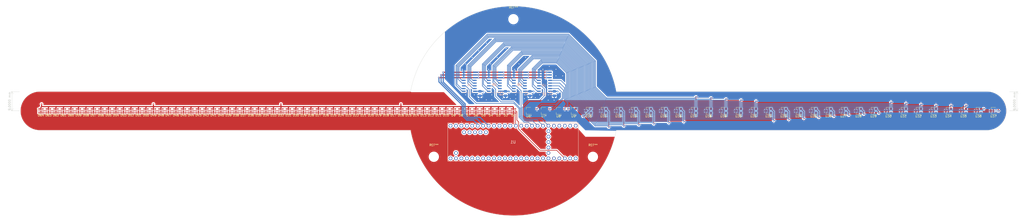
<source format=kicad_pcb>
(kicad_pcb (version 20221018) (generator pcbnew)
  (layers (0 "F.Cu" signal "SIGNAL_digital.Cu") (1 "In1.Cu" signal "3.3V.Cu") (2 "In2.Cu" signal "GND.Cu") (31 "B.Cu" signal "SIGNAL_analog.Cu") (34 "B.Paste" user) (35 "F.Paste" user) (36 "B.SilkS" user "B.Silkscreen") (37 "F.SilkS" user "F.Silkscreen") (38 "B.Mask" user) (39 "F.Mask" user) (44 "Edge.Cuts" user))
  (net 0 "")
  (net 1 "+5V")
  (net 2 "GND")
  (net 5 "Net-(D1-Pad5)")
  (net 18 "Net-(D1-Pad4)")
  (net 19 "Net-(U5-Pad3)")
  (net 33 "Net-(D21-Pad2)")
  (net 34 "Net-(D21-Pad3)")
  (net 35 "Net-(D25-Pad2)")
  (net 36 "Net-(D25-Pad3)")
  (net 37 "Net-(D26-Pad2)")
  (net 38 "Net-(D26-Pad3)")
  (net 39 "Net-(D28-Pad2)")
  (net 40 "Net-(D28-Pad3)")
  (net 41 "Net-(D48-Pad2)")
  (net 42 "Net-(D48-Pad3)")
  (net 43 "Net-(D49-Pad2)")
  (net 44 "Net-(D49-Pad3)")
  (net 45 "Net-(D51-Pad2)")
  (net 46 "Net-(D51-Pad3)")
  (net 47 "Net-(D53-Pad2)")
  (net 48 "Net-(D53-Pad3)")
  (net 49 "Net-(D57-Pad2)")
  (net 50 "Net-(D57-Pad3)")
  (net 51 "Net-(D58-Pad2)")
  (net 52 "Net-(D58-Pad3)")
  (net 53 "Net-(D62-Pad2)")
  (net 54 "Net-(D62-Pad3)")
  (net 55 "Net-(TP59-Pad1)")
  (net 56 "Net-(TP58-Pad1)")
  (net 57 "Net-(TP57-Pad1)")
  (net 58 "Net-(TP60-Pad1)")
  (net 59 "Net-(TP62-Pad1)")
  (net 60 "Net-(TP64-Pad1)")
  (net 61 "Net-(TP63-Pad1)")
  (net 62 "Net-(TP61-Pad1)")
  (net 63 "Net-(TP51-Pad1)")
  (net 64 "Net-(TP50-Pad1)")
  (net 67 "Net-(D1-Pad2)")
  (net 68 "Net-(D1-Pad3)")
  (net 69 "Net-(D2-Pad2)")
  (net 70 "Net-(D2-Pad3)")
  (net 71 "Net-(D3-Pad2)")
  (net 72 "Net-(D3-Pad3)")
  (net 73 "Net-(D4-Pad2)")
  (net 74 "Net-(D4-Pad3)")
  (net 75 "Net-(D5-Pad2)")
  (net 76 "Net-(D5-Pad3)")
  (net 77 "Net-(D6-Pad2)")
  (net 78 "Net-(D6-Pad3)")
  (net 79 "Net-(D7-Pad2)")
  (net 80 "Net-(D7-Pad3)")
  (net 81 "Net-(D8-Pad3)")
  (net 82 "Net-(D8-Pad2)")
  (net 83 "Net-(D10-Pad5)")
  (net 84 "Net-(D10-Pad4)")
  (net 85 "Net-(D10-Pad2)")
  (net 86 "Net-(D10-Pad3)")
  (net 87 "Net-(D11-Pad2)")
  (net 88 "Net-(D11-Pad3)")
  (net 89 "Net-(D12-Pad2)")
  (net 90 "Net-(D12-Pad3)")
  (net 91 "Net-(D13-Pad2)")
  (net 92 "Net-(D13-Pad3)")
  (net 93 "Net-(D14-Pad2)")
  (net 94 "Net-(D14-Pad3)")
  (net 95 "Net-(D15-Pad2)")
  (net 96 "Net-(D15-Pad3)")
  (net 97 "Net-(D16-Pad2)")
  (net 98 "Net-(D16-Pad3)")
  (net 99 "Net-(D17-Pad2)")
  (net 100 "Net-(D17-Pad3)")
  (net 101 "Net-(D18-Pad2)")
  (net 102 "Net-(D18-Pad3)")
  (net 103 "Net-(D19-Pad2)")
  (net 104 "Net-(D19-Pad3)")
  (net 105 "Net-(D20-Pad2)")
  (net 106 "Net-(D20-Pad3)")
  (net 107 "Net-(D22-Pad2)")
  (net 108 "Net-(D22-Pad3)")
  (net 109 "Net-(D23-Pad2)")
  (net 110 "Net-(D23-Pad3)")
  (net 111 "Net-(D24-Pad2)")
  (net 112 "Net-(D24-Pad3)")
  (net 113 "Net-(D27-Pad2)")
  (net 114 "Net-(D27-Pad3)")
  (net 115 "Net-(D29-Pad2)")
  (net 116 "Net-(D29-Pad3)")
  (net 117 "Net-(D30-Pad2)")
  (net 118 "Net-(D30-Pad3)")
  (net 119 "Net-(D31-Pad2)")
  (net 120 "Net-(D31-Pad3)")
  (net 121 "Net-(D33-Pad2)")
  (net 122 "Net-(D33-Pad3)")
  (net 123 "Net-(D34-Pad3)")
  (net 124 "Net-(D34-Pad2)")
  (net 125 "Net-(D35-Pad3)")
  (net 126 "Net-(D35-Pad2)")
  (net 127 "Net-(D37-Pad3)")
  (net 128 "Net-(D37-Pad2)")
  (net 129 "Net-(D38-Pad3)")
  (net 130 "Net-(D38-Pad2)")
  (net 131 "Net-(D39-Pad3)")
  (net 132 "Net-(D39-Pad2)")
  (net 133 "Net-(D40-Pad3)")
  (net 134 "Net-(D40-Pad2)")
  (net 135 "Net-(D42-Pad3)")
  (net 136 "Net-(D42-Pad2)")
  (net 137 "Net-(D44-Pad3)")
  (net 138 "Net-(D44-Pad2)")
  (net 139 "Net-(D45-Pad3)")
  (net 140 "Net-(D45-Pad2)")
  (net 141 "Net-(D46-Pad3)")
  (net 142 "Net-(D46-Pad2)")
  (net 143 "Net-(D47-Pad3)")
  (net 144 "Net-(D47-Pad2)")
  (net 145 "Net-(D50-Pad2)")
  (net 146 "Net-(D50-Pad3)")
  (net 147 "Net-(D52-Pad2)")
  (net 148 "Net-(D52-Pad3)")
  (net 149 "Net-(D54-Pad3)")
  (net 150 "Net-(D54-Pad2)")
  (net 151 "Net-(D55-Pad2)")
  (net 152 "Net-(D55-Pad3)")
  (net 153 "Net-(D56-Pad3)")
  (net 154 "Net-(D56-Pad2)")
  (net 155 "Net-(D60-Pad2)")
  (net 156 "Net-(D60-Pad3)")
  (net 157 "Net-(D61-Pad2)")
  (net 158 "Net-(D61-Pad3)")
  (net 159 "Net-(D63-Pad2)")
  (net 160 "Net-(D63-Pad3)")
  (net 161 "Net-(D32-Pad2)")
  (net 162 "Net-(D32-Pad3)")
  (net 163 "Net-(D36-Pad2)")
  (net 164 "Net-(D36-Pad3)")
  (net 165 "Net-(D41-Pad2)")
  (net 166 "Net-(D41-Pad3)")
  (net 167 "Net-(D43-Pad2)")
  (net 168 "Net-(D43-Pad3)")
  (net 169 "Net-(D59-Pad2)")
  (net 170 "Net-(D59-Pad3)")
  (net 171 "Net-(TP49-Pad1)")
  (net 172 "Net-(TP52-Pad1)")
  (net 173 "Net-(TP54-Pad1)")
  (net 174 "Net-(TP56-Pad1)")
  (net 175 "Net-(TP55-Pad1)")
  (net 176 "Net-(TP53-Pad1)")
  (net 177 "Net-(TP43-Pad1)")
  (net 178 "Net-(TP42-Pad1)")
  (net 179 "Net-(TP41-Pad1)")
  (net 180 "Net-(TP44-Pad1)")
  (net 181 "Net-(TP46-Pad1)")
  (net 182 "Net-(TP48-Pad1)")
  (net 183 "Net-(TP47-Pad1)")
  (net 184 "Net-(TP45-Pad1)")
  (net 185 "Net-(TP37-Pad1)")
  (net 186 "Net-(TP39-Pad1)")
  (net 187 "Net-(TP40-Pad1)")
  (net 188 "Net-(TP38-Pad1)")
  (net 189 "Net-(TP36-Pad1)")
  (net 190 "Net-(TP33-Pad1)")
  (net 191 "Net-(TP34-Pad1)")
  (net 192 "Net-(TP35-Pad1)")
  (net 193 "Net-(TP12-Pad1)")
  (net 194 "Net-(TP13-Pad1)")
  (net 195 "Net-(TP14-Pad1)")
  (net 196 "Net-(TP15-Pad1)")
  (net 197 "Net-(TP17-Pad1)")
  (net 198 "Net-(TP18-Pad1)")
  (net 199 "Net-(TP19-Pad1)")
  (net 200 "Net-(TP20-Pad1)")
  (net 201 "Net-(TP21-Pad1)")
  (net 202 "Net-(TP22-Pad1)")
  (net 203 "Net-(TP23-Pad1)")
  (net 204 "Net-(TP24-Pad1)")
  (net 205 "Net-(TP25-Pad1)")
  (net 206 "Net-(TP26-Pad1)")
  (net 207 "Net-(TP27-Pad1)")
  (net 208 "Net-(TP28-Pad1)")
  (net 209 "Net-(TP29-Pad1)")
  (net 210 "Net-(TP30-Pad1)")
  (net 211 "Net-(TP31-Pad1)")
  (net 217 "unconnected-(U1-Pad3)")
  (net 218 "Net-(U2-Pad11)")
  (net 219 "Net-(U2-Pad10)")
  (net 220 "Net-(U2-Pad9)")
  (net 229 "Net-(U4-Pad3)")
  (net 230 "Net-(U3-Pad3)")
  (net 231 "Net-(U2-Pad3)")
  (footprint "LED_SMD:LED-APA102-2020" (layer "F.Cu") (at -66.5 -70)
    (fp_text reference "D12")
    (fp_text value "APA102-2020")
  )
  (footprint "LED_SMD:LED-APA102-2020" (layer "F.Cu") (at -234.5 -70)
    (fp_text reference "D60")
    (fp_text value "APA102-2020")
  )
  (footprint "Package_TO_SOT_SMD:SOT-23W" (layer "F.Cu") (at -7 -70 180)
    (fp_text reference "U8")
    (fp_text value "SS39ET")
  )
  (footprint "Package_TO_SOT_SMD:SOT-23W" (layer "F.Cu") (at 161 -70 180)
    (fp_text reference "U32")
    (fp_text value "SS39ET")
  )
  (footprint "Package_TO_SOT_SMD:SOT-23W" (layer "F.Cu") (at 77 -70 180)
    (fp_text reference "U20")
    (fp_text value "SS39ET")
  )
  (footprint "LED_SMD:LED-APA102-2020" (layer "F.Cu") (at -248.5 -70)
    (fp_text reference "D64")
    (fp_text value "APA102-2020")
  )
  (footprint "LED_SMD:LED-APA102-2020" (layer "F.Cu") (at -220.5 -70)
    (fp_text reference "D56")
    (fp_text value "APA102-2020")
  )
  (footprint "LED_SMD:LED-APA102-2020" (layer "F.Cu") (at -73.5 -70)
    (fp_text reference "D14")
    (fp_text value "APA102-2020")
  )
  (footprint "LED_SMD:LED-APA102-2020" (layer "F.Cu") (at -185.5 -70)
    (fp_text reference "D46")
    (fp_text value "APA102-2020")
  )
  (footprint "LED_SMD:LED-APA102-2020" (layer "F.Cu") (at -122.5 -70)
    (fp_text reference "D28")
    (fp_text value "APA102-2020")
  )
  (footprint "LED_SMD:LED-APA102-2020" (layer "F.Cu") (at -63 -70)
    (fp_text reference "D11")
    (fp_text value "APA102-2020")
  )
  (footprint "Package_TO_SOT_SMD:SOT-23W" (layer "F.Cu") (at 133 -70 180)
    (fp_text reference "U28")
    (fp_text value "SS39ET")
  )
  (footprint "Package_TO_SOT_SMD:SOT-23W" (layer "F.Cu") (at 49 -70 180)
    (fp_text reference "U16")
    (fp_text value "SS39ET")
  )
  (footprint "Package_TO_SOT_SMD:SOT-23W" (layer "F.Cu") (at 126 -70 180)
    (fp_text reference "U27")
    (fp_text value "SS39ET")
  )
  (footprint "LED_SMD:LED-APA102-2020" (layer "F.Cu") (at -84 -70)
    (fp_text reference "D17")
    (fp_text value "APA102-2020")
  )
  (footprint "LED_SMD:LED-APA102-2020" (layer "F.Cu") (at -133 -70)
    (fp_text reference "D31")
    (fp_text value "APA102-2020")
  )
  (footprint "Package_TO_SOT_SMD:SOT-23W" (layer "F.Cu") (at 42 -70 180)
    (fp_text reference "U15")
    (fp_text value "SS39ET")
  )
  (footprint "LED_SMD:LED-APA102-2020" (layer "F.Cu") (at -245 -70)
    (fp_text reference "D63")
    (fp_text value "APA102-2020")
  )
  (footprint "Package_TO_SOT_SMD:SOT-23W" (layer "F.Cu") (at 105 -70 180)
    (fp_text reference "U24")
    (fp_text value "SS39ET")
  )
  (footprint "LED_SMD:LED-APA102-2020" (layer "F.Cu") (at -175 -70)
    (fp_text reference "D43")
    (fp_text value "APA102-2020")
  )
  (footprint "LED_SMD:LED-APA102-2020" (layer "F.Cu") (at -119 -70)
    (fp_text reference "D27")
    (fp_text value "APA102-2020")
  )
  (footprint "LED_SMD:LED-APA102-2020" (layer "F.Cu") (at -168 -70)
    (fp_text reference "D41")
    (fp_text value "APA102-2020")
  )
  (footprint "LED_SMD:LED-APA102-2020" (layer "F.Cu") (at -164.5 -70)
    (fp_text reference "D40")
    (fp_text value "APA102-2020")
  )
  (footprint "LED_SMD:LED-APA102-2020" (layer "F.Cu") (at -154 -70)
    (fp_text reference "D37")
    (fp_text value "APA102-2020")
  )
  (footprint "LED_SMD:LED-APA102-2020" (layer "F.Cu") (at -45.5 -70)
    (fp_text reference "D6")
    (fp_text value "APA102-2020")
  )
  (footprint "LED_SMD:LED-APA102-2020" (layer "F.Cu") (at -171.5 -70)
    (fp_text reference "D42")
    (fp_text value "APA102-2020")
  )
  (footprint "LED_SMD:LED-APA102-2020" (layer "F.Cu") (at -91 -70)
    (fp_text reference "D19")
    (fp_text value "APA102-2020")
  )
  (footprint "LED_SMD:LED-APA102-2020" (layer "F.Cu") (at -178.5 -70)
    (fp_text reference "D44")
    (fp_text value "APA102-2020")
  )
  (footprint "LED_SMD:LED-APA102-2020" (layer "F.Cu") (at -94.5 -70)
    (fp_text reference "D20")
    (fp_text value "APA102-2020")
  )
  (footprint "Package_TO_SOT_SMD:SOT-23W" (layer "F.Cu") (at 91 -70 180)
    (fp_text reference "U22")
    (fp_text value "SS39ET")
  )
  (footprint "Package_TO_SOT_SMD:SOT-23W" (layer "F.Cu") (at 14 -70 180)
    (fp_text reference "U11")
    (fp_text value "SS39ET")
  )
  (footprint "Package_TO_SOT_SMD:SOT-23W" (layer "F.Cu") (at 7 -70 180)
    (fp_text reference "U10")
    (fp_text value "SS39ET")
  )
  (footprint "Package_TO_SOT_SMD:SOT-23W" (layer "F.Cu") (at 56 -70 180)
    (fp_text reference "U17")
    (fp_text value "SS39ET")
  )
  (footprint "LED_SMD:LED-APA102-2020" (layer "F.Cu") (at -49 -70)
    (fp_text reference "D7")
    (fp_text value "APA102-2020")
  )
  (footprint "Package_TO_SOT_SMD:SOT-23W" (layer "F.Cu") (at -21 -70 180)
    (fp_text reference "U6")
    (fp_text value "SS39ET")
  )
  (footprint "Package_TO_SOT_SMD:SOT-23W" (layer "F.Cu") (at 98 -70 180)
    (fp_text reference "U23")
    (fp_text value "SS39ET")
  )
  (footprint "LED_SMD:LED-APA102-2020" (layer "F.Cu") (at -126 -70)
    (fp_text reference "D29")
    (fp_text value "APA102-2020")
  )
  (footprint "LED_SMD:LED-APA102-2020" (layer "F.Cu") (at -136.5 -70)
    (fp_text reference "D32")
    (fp_text value "APA102-2020")
  )
  (footprint "LED_SMD:LED-APA102-2020" (layer "F.Cu") (at -213.5 -70)
    (fp_text reference "D54")
    (fp_text value "APA102-2020")
  )
  (footprint "Package_TO_SOT_SMD:SOT-23W" (layer "F.Cu") (at 70 -70 180)
    (fp_text reference "U19")
    (fp_text value "SS39ET")
  )
  (footprint "MountingHole:MountingHole_4.3mm_M4" (layer "F.Cu") (at -65.14 -48.59)
    (fp_text reference "REF**")
    (fp_text value "MountingHole_4.3mm_M4")
  )
  (footprint "Package_TO_SOT_SMD:SOT-23W" (layer "F.Cu") (at 28 -70 180)
    (fp_text reference "U13")
    (fp_text value "SS39ET")
  )
  (footprint "LED_SMD:LED-APA102-2020" (layer "F.Cu") (at -108.5 -70)
    (fp_text reference "D24")
    (fp_text value "APA102-2020")
  )
  (footprint "MountingHole:MountingHole_4.3mm_M4" (layer "F.Cu") (at -28 -112.8)
    (fp_text reference "REF**")
    (fp_text value "MountingHole_4.3mm_M4")
  )
  (footprint "Package_TO_SOT_SMD:SOT-23W" (layer "F.Cu") (at 196 -70 180)
    (fp_text reference "U37")
    (fp_text value "SS39ET")
  )
  (footprint "Package_TO_SOT_SMD:SOT-23W" (layer "F.Cu") (at 182 -70 180)
    (fp_text reference "U35")
    (fp_text value "SS39ET")
  )
  (footprint "LED_SMD:LED-APA102-2020" (layer "F.Cu") (at -31.5 -70)
    (fp_text reference "D2")
    (fp_text value "APA102-2020")
  )
  (footprint "LED_SMD:LED-APA102-2020" (layer "F.Cu") (at -105 -70)
    (fp_text reference "D23")
    (fp_text value "APA102-2020")
  )
  (footprint "LED_SMD:LED-APA102-2020" (layer "F.Cu") (at -189 -70)
    (fp_text reference "D47")
    (fp_text value "APA102-2020")
  )
  (footprint "LED_SMD:LED-APA102-2020" (layer "F.Cu") (at -80.5 -70)
    (fp_text reference "D16")
    (fp_text value "APA102-2020")
  )
  (footprint "MountingHole:MountingHole_4.3mm_M4" (layer "F.Cu") (at 9.103086 -48.561459)
    (fp_text reference "REF**")
    (fp_text value "MountingHole_4.3mm_M4")
  )
  (footprint "Package_TO_SOT_SMD:SOT-23W" (layer "F.Cu") (at 84 -70 180)
    (fp_text reference "U21")
    (fp_text value "SS39ET")
  )
  (footprint "LED_SMD:LED-APA102-2020" (layer "F.Cu") (at -199.5 -70)
    (fp_text reference "D50")
    (fp_text value "APA102-2020")
  )
  (footprint "LED_SMD:LED-APA102-2020" (layer "F.Cu") (at -52.5 -70)
    (fp_text reference "D8")
    (fp_text value "APA102-2020")
  )
  (footprint "Package_TO_SOT_SMD:SOT-23W" (layer "F.Cu") (at 0 -70 180)
    (fp_text reference "U9")
    (fp_text value "SS39ET")
  )
  (footprint "LED_SMD:LED-APA102-2020" (layer "F.Cu") (at -157.5 -70)
    (fp_text reference "D38")
    (fp_text value "APA102-2020")
  )
  (footprint "LED_SMD:LED-APA102-2020" (layer "F.Cu") (at -77 -70)
    (fp_text reference "D15")
    (fp_text value "APA102-2020")
  )
  (footprint "LED_SMD:LED-APA102-2020" (layer "F.Cu") (at -35 -70)
    (fp_text reference "D3")
    (fp_text value "APA102-2020")
  )
  (footprint "LED_SMD:LED-APA102-2020" (layer "F.Cu") (at -143.5 -70)
    (fp_text reference "D34")
    (fp_text value "APA102-2020")
  )
  (footprint "LED_SMD:LED-APA102-2020" (layer "F.Cu") (at -98 -70)
    (fp_text reference "D21")
    (fp_text value "APA102-2020")
  )
  (footprint "LED_SMD:LED-APA102-2020" (layer "F.Cu") (at -182 -70)
    (fp_text reference "D45")
    (fp_text value "APA102-2020")
  )
  (footprint "Package_TO_SOT_SMD:SOT-23W" (layer "F.Cu") (at 63 -70 180)
    (fp_text reference "U18")
    (fp_text value "SS39ET")
  )
  (footprint "LED_SMD:LED-APA102-2020" (layer "F.Cu") (at -196 -70)
    (fp_text reference "D49")
    (fp_text value "APA102-2020")
  )
  (footprint "LED_SMD:LED-APA102-2020" (layer "F.Cu") (at -101.5 -70)
    (fp_text reference "D22")
    (fp_text value "APA102-2020")
  )
  (footprint "LED_SMD:LED-APA102-2020" (layer "F.Cu") (at -203 -70)
    (fp_text reference "D51")
    (fp_text value "APA102-2020")
  )
  (footprint "Package_TO_SOT_SMD:SOT-23W" (layer "F.Cu") (at -14 -70 180)
    (fp_text reference "U7")
    (fp_text value "SS39ET")
  )
  (footprint "LED_SMD:LED-APA102-2020" (layer "F.Cu") (at -115.5 -70)
    (fp_text reference "D26")
    (fp_text value "APA102-2020")
  )
  (footprint "LED_SMD:LED-APA102-2020" (layer "F.Cu") (at -42 -70)
    (fp_text reference "D5")
    (fp_text value "APA102-2020")
  )
  (footprint "LED_SMD:LED-APA102-2020" (layer "F.Cu") (at -70 -70)
    (fp_text reference "D13")
    (fp_text value "APA102-2020")
  )
  (footprint "LED_SMD:LED-APA102-2020" (layer "F.Cu") (at -210 -70)
    (fp_text reference "D53")
    (fp_text value "APA102-2020")
  )
  (footprint "Package_TO_SOT_SMD:SOT-23W" (layer "F.Cu") (at 21 -70 180)
    (fp_text reference "U12")
    (fp_text value "SS39ET")
  )
  (footprint "LED_SMD:LED-APA102-2020" (layer "F.Cu") (at -59.5 -70)
    (fp_text reference "D10")
    (fp_text value "APA102-2020")
  )
  (footprint "LED_SMD:LED-APA102-2020" (layer "F.Cu") (at -217 -70)
    (fp_text reference "D55")
    (fp_text value "APA102-2020")
  )
  (footprint "Package_TO_SOT_SMD:SOT-23W" (layer "F.Cu") (at 189 -70 180)
    (fp_text reference "U36")
    (fp_text value "SS39ET")
  )
  (footprint "LED_SMD:LED-APA102-2020" (layer "F.Cu") (at -238 -70)
    (fp_text reference "D61")
    (fp_text value "APA102-2020")
  )
  (footprint "Package_TO_SOT_SMD:SOT-23W" (layer "F.Cu") (at 154 -70 180)
    (fp_text reference "U31")
    (fp_text value "SS39ET")
  )
  (footprint "Package_TO_SOT_SMD:SOT-23W" (layer "F.Cu") (at 140 -70 180)
    (fp_text reference "U29")
    (fp_text value "SS39ET")
  )
  (footprint "Package_TO_SOT_SMD:SOT-23W" (layer "F.Cu") (at 168 -70 180)
    (fp_text reference "U33")
    (fp_text value "SS39ET")
  )
  (footprint "LED_SMD:LED-APA102-2020" (layer "F.Cu") (at -206.5 -70)
    (fp_text reference "D52")
    (fp_text value "APA102-2020")
  )
  (footprint "LED_SMD:LED-APA102-2020" (layer "F.Cu") (at -192.5 -70)
    (fp_text reference "D48")
    (fp_text value "APA102-2020")
  )
  (footprint "LED_SMD:LED-APA102-2020" (layer "F.Cu") (at -231 -70)
    (fp_text reference "D59")
    (fp_text value "APA102-2020")
  )
  (footprint "LED_SMD:LED-APA102-2020" (layer "F.Cu") (at -140 -70)
    (fp_text reference "D33")
    (fp_text value "APA102-2020")
  )
  (footprint "LED_SMD:LED-APA102-2020" (layer "F.Cu") (at -28 -70)
    (fp_text reference "D1")
    (fp_text value "APA102-2020")
  )
  (footprint "Package_TO_SOT_SMD:SOT-23W" (layer "F.Cu") (at 119 -70 180)
    (fp_text reference "U26")
    (fp_text value "SS39ET")
  )
  (footprint "LED_SMD:LED-APA102-2020" (layer "F.Cu") (at -56 -70)
    (fp_text reference "D9")
    (fp_text value "APA102-2020")
  )
  (footprint "Package_TO_SOT_SMD:SOT-23W" (layer "F.Cu") (at 147 -70 180)
    (fp_text reference "U30")
    (fp_text value "SS39ET")
  )
  (footprint "LED_SMD:LED-APA102-2020" (layer "F.Cu") (at -87.5 -70)
    (fp_text reference "D18")
    (fp_text value "APA102-2020")
  )
  (footprint "LED_SMD:LED-APA102-2020" (layer "F.Cu") (at -224 -70)
    (fp_text reference "D57")
    (fp_text value "APA102-2020")
  )
  (footprint "Package_TO_SOT_SMD:SOT-23W" (layer "F.Cu") (at 175 -70 180)
    (fp_text reference "U34")
    (fp_text value "SS39ET")
  )
  (footprint "LED_SMD:LED-APA102-2020" (layer "F.Cu") (at -112 -70)
    (fp_text reference "D25")
    (fp_text value "APA102-2020")
  )
  (footprint "LED_SMD:LED-APA102-2020" (layer "F.Cu") (at -227.5 -70)
    (fp_text reference "D58")
    (fp_text value "APA102-2020")
  )
  (footprint "Package_TO_SOT_SMD:SOT-23W" (layer "F.Cu") (at 112 -70 180)
    (fp_text reference "U25")
    (fp_text value "SS39ET")
  )
  (footprint "LED_SMD:LED-APA102-2020" (layer "F.Cu") (at -150.5 -70)
    (fp_text reference "D36")
    (fp_text value "APA102-2020")
  )
  (footprint "LED_SMD:LED-APA102-2020" (layer "F.Cu") (at -161 -70)
    (fp_text reference "D39")
    (fp_text value "APA102-2020")
  )
  (footprint "LED_SMD:LED-APA102-2020" (layer "F.Cu") (at -38.5 -70)
    (fp_text reference "D4")
    (fp_text value "APA102-2020")
  )
  (footprint "LED_SMD:LED-APA102-2020" (layer "F.Cu") (at -129.5 -70)
    (fp_text reference "D30")
    (fp_text value "APA102-2020")
  )
  (footprint "LED_SMD:LED-APA102-2020" (layer "F.Cu") (at -147 -70)
    (fp_text reference "D35")
    (fp_text value "APA102-2020")
  )
  (footprint "LED_SMD:LED-APA102-2020" (layer "F.Cu") (at -241.5 -70)
    (fp_text reference "D62")
    (fp_text value "APA102-2020")
  )
  (footprint "Package_TO_SOT_SMD:SOT-23W" (layer "F.Cu") (at 35 -70 180)
    (fp_text reference "U14")
    (fp_text value "SS39ET")
  )
  (footprint "Package_SO:SO-16_3.9x9.9mm_P1.27mm" (layer "B.Cu") (at -25.2 -83.6)
    (fp_text reference "U3")
    (fp_text value "74HCT4051")
  )
  (footprint "Downloaded:TEENSY41" (layer "B.Cu") (at -52.28 -63.07)
    (fp_text reference "U1")
    (fp_text value "Teensy4.1")
  )
  (footprint "Package_SO:SO-16_3.9x9.9mm_P1.27mm" (layer "B.Cu") (at -36.9 -83.6)
    (fp_text reference "U4")
    (fp_text value "74HCT4051")
  )
  (footprint "Capacitor_SMD:C_0805_2012Metric_Pad1.18x1.45mm_HandSolder" (layer "B.Cu") (at -8.9 -78.1 -90)
    (fp_text reference "C1")
    (fp_text value "0.1µF")
  )
  (footprint "Capacitor_SMD:C_0805_2012Metric_Pad1.18x1.45mm_HandSolder" (layer "B.Cu") (at -43.6 -78.1 -90)
    (fp_text reference "C4")
    (fp_text value "0.1µF")
  )
  (footprint "Package_SO:SO-16_3.9x9.9mm_P1.27mm" (layer "B.Cu") (at -13.5 -83.6)
    (fp_text reference "U2")
    (fp_text value "74HCT4051")
  )
  (footprint "Capacitor_SMD:C_0805_2012Metric_Pad1.18x1.45mm_HandSolder" (layer "B.Cu") (at -31.7 -78.1 -90)
    (fp_text reference "C3")
    (fp_text value "0.1µF")
  )
  (footprint "Package_SO:SO-16_3.9x9.9mm_P1.27mm" (layer "B.Cu") (at -48.6 -83.6)
    (fp_text reference "U5")
    (fp_text value "74HCT4051" hide)
  )
  (footprint "Capacitor_SMD:C_0805_2012Metric_Pad1.18x1.45mm_HandSolder" (layer "B.Cu") (at -20.3 -78.1 -90)
    (fp_text reference "C2")
    (fp_text value "0.1µF")
  )
  (gr_arc (start -75.999999 -79) (mid -28 -118.836461) (end 19.999999 -79) (stroke (width 0.1)) (layer "Edge.Cuts"))
  (gr_line (start -249 -61) (end -76 -61) (stroke (width 0.1)) (layer "Edge.Cuts"))
  (gr_arc (start 19.999999 -61) (mid -28 -21.163539) (end -75.999999 -61) (stroke (width 0.1)) (layer "Edge.Cuts"))
  (gr_arc (start -258 -70) (mid -255.363961 -76.363961) (end -249 -79) (stroke (width 0.1)) (layer "Edge.Cuts"))
  (gr_line (start 20 -79) (end 193 -79) (stroke (width 0.1)) (layer "Edge.Cuts"))
  (gr_line (start 193 -61) (end 20 -61) (stroke (width 0.1)) (layer "Edge.Cuts"))
  (gr_arc (start 193 -79) (mid 199.363961 -76.363961) (end 202 -70) (stroke (width 0.1)) (layer "Edge.Cuts"))
  (gr_arc (start 202 -70) (mid 199.363961 -63.636039) (end 193 -61) (stroke (width 0.1)) (layer "Edge.Cuts"))
  (gr_arc (start -249 -61) (mid -255.363961 -63.636039) (end -258 -70) (stroke (width 0.1)) (layer "Edge.Cuts"))
  (gr_line (start -249 -79) (end -76 -79) (stroke (width 0.1)) (layer "Edge.Cuts"))
  (gr_text "U5" (at -36.875 -82.110005 720) (layer "B.SilkS") (effects (font (size 1 1)) (justify mirror)))
  (gr_text "U5" (at -13.675 -82.010005 720) (layer "B.SilkS") (effects (font (size 1 1)) (justify mirror)))
  (gr_text "U5" (at -25.175 -82.110005 720) (layer "B.SilkS") (effects (font (size 1 1)) (justify mirror)))
  (dimension (type aligned) (layer "Edge.Cuts") (pts (xy 203 -70) (xy 203 -79)) (height 4) (gr_text "9,0000 mm" (at 205.85 -74.5 90) (layer "Edge.Cuts") (effects (font (size 1 1) (thickness 0.15)))) (format (prefix "") (suffix "") (units 3) (units_format 1) (precision 4)) (style (thickness 0.1) (arrow_length 1.27) (text_position_mode 0) (extension_height 0.58642) (extension_offset 0.5) keep_text_aligned))
  (dimension (type aligned) (layer "Edge.Cuts") (pts (xy -258 -70) (xy -258 -79)) (height -4) (gr_text "9,0000 mm" (at -263.15 -74.5 90) (layer "Edge.Cuts") (effects (font (size 1 1) (thickness 0.15)))) (format (prefix "") (suffix "") (units 3) (units_format 1) (precision 4)) (style (thickness 0.1) (arrow_length 1.27) (text_position_mode 0) (extension_height 0.58642) (extension_offset 0.5) keep_text_aligned))
  (segment (start -39.35 -70.9) (end -38.57 -70.9) (width 0.3) (layer "F.Cu") (net 1))
  (segment (start -108.5 -71.7) (end -108.2 -72) (width 0.5) (layer "F.Cu") (net 1))
  (segment (start -175 -70.83) (end -175 -71.7) (width 0.5) (layer "F.Cu") (net 1))
  (segment (start -200.35 -70.9) (end -199.57 -70.9) (width 0.3) (layer "F.Cu") (net 1))
  (segment (start -70.85 -70.9) (end -70.07 -70.9) (width 0.3) (layer "F.Cu") (net 1))
  (segment (start -206.5 -71.7) (end -206.2 -72) (width 0.5) (layer "F.Cu") (net 1))
  (segment (start -70 -71.7) (end -69.7 -72) (width 0.5) (layer "F.Cu") (net 1))
  (segment (start -46.35 -70.9) (end -45.57 -70.9) (width 0.3) (layer "F.Cu") (net 1))
  (segment (start -35 -71.7) (end -34.7 -72) (width 0.5) (layer "F.Cu") (net 1))
  (segment (start -49.07 -70.9) (end -49 -70.83) (width 0.3) (layer "F.Cu") (net 1))
  (segment (start -31.5 -71.7) (end -31.2 -72) (width 0.5) (layer "F.Cu") (net 1))
  (segment (start -91 -71.7) (end -90.7 -72) (width 0.5) (layer "F.Cu") (net 1))
  (segment (start 92.2 -69.05) (end 92.2 -67.8) (width 0.3) (layer "F.Cu") (net 1))
  (segment (start -178.5 -70.83) (end -178.5 -71.7) (width 0.5) (layer "F.Cu") (net 1))
  (segment (start -182 -71.7) (end -181.7 -72) (width 0.5) (layer "F.Cu") (net 1))
  (segment (start -178.5 -71.7) (end -178.2 -72) (width 0.5) (layer "F.Cu") (net 1))
  (segment (start -164.5 -71.7) (end -164.2 -72) (width 0.5) (layer "F.Cu") (net 1))
  (segment (start -241.5 -71.7) (end -241.2 -72) (width 0.5) (layer "F.Cu") (net 1))
  (segment (start -147 -70.83) (end -147 -71.7) (width 0.5) (layer "F.Cu") (net 1))
  (segment (start -80.5 -72) (end -28.3 -72) (width 0.5) (layer "F.Cu") (net 1))
  (segment (start -140.85 -70.9) (end -140.07 -70.9) (width 0.3) (layer "F.Cu") (net 1))
  (segment (start -151.35 -70.9) (end -150.57 -70.9) (width 0.3) (layer "F.Cu") (net 1))
  (segment (start -241.2 -72) (end -237.7 -72) (width 0.5) (layer "F.Cu") (net 1))
  (segment (start -245 -71.7) (end -244.7 -72) (width 0.5) (layer "F.Cu") (net 1))
  (segment (start -182 -70.83) (end -182 -71.7) (width 0.5) (layer "F.Cu") (net 1))
  (segment (start -144.35 -70.9) (end -143.57 -70.9) (width 0.3) (layer "F.Cu") (net 1))
  (segment (start -98.07 -70.9) (end -98 -70.83) (width 0.3) (layer "F.Cu") (net 1))
  (segment (start -210 -70.83) (end -210 -71.7) (width 0.5) (layer "F.Cu") (net 1))
  (segment (start -223.7 -72) (end -220.2 -72) (width 0.5) (layer "F.Cu") (net 1))
  (segment (start 169.2 -69.05) (end 169.2 -67.8) (width 0.3) (layer "F.Cu") (net 1))
  (segment (start -178.57 -70.9) (end -178.5 -70.83) (width 0.3) (layer "F.Cu") (net 1))
  (segment (start -186.35 -70.9) (end -185.57 -70.9) (width 0.3) (layer "F.Cu") (net 1))
  (segment (start -105.85 -70.9) (end -105.07 -70.9) (width 0.3) (layer "F.Cu") (net 1))
  (segment (start -136.5 -71.7) (end -136.2 -72) (width 0.5) (layer "F.Cu") (net 1))
  (segment (start -234.57 -70.9) (end -234.5 -70.83) (width 0.3) (layer "F.Cu") (net 1))
  (segment (start -235.35 -70.9) (end -234.57 -70.9) (width 0.3) (layer "F.Cu") (net 1))
  (segment (start -143.5 -71.7) (end -143.2 -72) (width 0.5) (layer "F.Cu") (net 1))
  (segment (start -112.07 -70.9) (end -112 -70.83) (width 0.3) (layer "F.Cu") (net 1))
  (segment (start -133 -70.83) (end -133 -71.7) (width 0.5) (layer "F.Cu") (net 1))
  (segment (start -210.07 -70.9) (end -210 -70.83) (width 0.3) (layer "F.Cu") (net 1))
  (segment (start -115.57 -70.9) (end -115.5 -70.83) (width 0.3) (layer "F.Cu") (net 1))
  (segment (start -196.85 -70.9) (end -196.07 -70.9) (width 0.3) (layer "F.Cu") (net 1))
  (segment (start -91.85 -70.9) (end -91.07 -70.9) (width 0.3) (layer "F.Cu") (net 1))
  (segment (start -66.57 -70.9) (end -66.5 -70.83) (width 0.3) (layer "F.Cu") (net 1))
  (segment (start -109.35 -70.9) (end -108.57 -70.9) (width 0.3) (layer "F.Cu") (net 1))
  (segment (start -220.2 -72) (end -216.7 -72) (width 0.5) (layer "F.Cu") (net 1))
  (segment (start -224.85 -70.9) (end -224.07 -70.9) (width 0.3) (layer "F.Cu") (net 1))
  (segment (start -133.85 -70.9) (end -133.07 -70.9) (width 0.3) (layer "F.Cu") (net 1))
  (segment (start -147.07 -70.9) (end -147 -70.83) (width 0.3) (layer "F.Cu") (net 1))
  (segment (start -133 -71.7) (end -132.7 -72) (width 0.5) (layer "F.Cu") (net 1))
  (segment (start -175.07 -70.9) (end -175 -70.83) (width 0.3) (layer "F.Cu") (net 1))
  (segment (start -28.3 -72) (end -28 -71.7) (width 0.5) (layer "F.Cu") (net 1))
  (segment (start -84 -70.83) (end -84 -71.7) (width 0.5) (layer "F.Cu") (net 1))
  (segment (start -105 -71.7) (end -104.7 -72) (width 0.5) (layer "F.Cu") (net 1))
  (segment (start -193.35 -70.9) (end -192.57 -70.9) (width 0.3) (layer "F.Cu") (net 1))
  (segment (start -207.35 -70.9) (end -206.57 -70.9) (width 0.3) (layer "F.Cu") (net 1))
  (segment (start -189.07 -70.9) (end -189 -70.83) (width 0.3) (layer "F.Cu") (net 1))
  (segment (start -140 -70.83) (end -140 -71.7) (width 0.5) (layer "F.Cu") (net 1))
  (segment (start -59.57 -70.9) (end -59.5 -70.83) (width 0.3) (layer "F.Cu") (net 1))
  (segment (start 85.2 -69.05) (end 85.2 -67.8) (width 0.3) (layer "F.Cu") (net 1))
  (segment (start -112 -71.7) (end -111.7 -72) (width 0.5) (layer "F.Cu") (net 1))
  (segment (start 190.2 -69.05) (end 190.2 -67.8) (width 0.3) (layer "F.Cu") (net 1))
  (segment (start -35.07 -70.9) (end -35 -70.83) (width 0.3) (layer "F.Cu") (net 1))
  (segment (start -119 -71.7) (end -118.7 -72) (width 0.5) (layer "F.Cu") (net 1))
  (segment (start -115.5 -71.7) (end -115.2 -72) (width 0.5) (layer "F.Cu") (net 1))
  (segment (start -136.5 -73.2) (end -136.5 -72) (width 0.5) (layer "F.Cu") (net 1))
  (segment (start -140 -71.7) (end -139.7 -72) (width 0.5) (layer "F.Cu") (net 1))
  (segment (start -94.5 -70.83) (end -94.5 -71.7) (width 0.5) (layer "F.Cu") (net 1))
  (segment (start -119 -70.83) (end -119 -71.7) (width 0.5) (layer "F.Cu") (net 1))
  (segment (start -136.5 -70.83) (end -136.5 -71.7) (width 0.5) (layer "F.Cu") (net 1))
  (segment (start -154 -71.7) (end -153.7 -72) (width 0.5) (layer "F.Cu") (net 1))
  (segment (start -221.35 -70.9) (end -220.57 -70.9) (width 0.3) (layer "F.Cu") (net 1))
  (segment (start 36.2 -69.05) (end 36.2 -67.8) (width 0.3) (layer "F.Cu") (net 1))
  (segment (start -249.35 -70.9) (end -248.57 -70.9) (width 0.3) (layer "F.Cu") (net 1))
  (segment (start -81.35 -70.9) (end -80.57 -70.9) (width 0.3) (layer "F.Cu") (net 1))
  (segment (start -154 -70.83) (end -154 -71.7) (width 0.5) (layer "F.Cu") (net 1))
  (segment (start -199.5 -71.7) (end -199.2 -72) (width 0.5) (layer "F.Cu") (net 1))
  (segment (start -77 -71.7) (end -76.7 -72) (width 0.5) (layer "F.Cu") (net 1))
  (segment (start -213.5 -71.7) (end -213.2 -72) (width 0.5) (layer "F.Cu") (net 1))
  (segment (start -185.2 -72) (end -181.7 -72) (width 0.5) (layer "F.Cu") (net 1))
  (segment (start -95.35 -70.9) (end -94.57 -70.9) (width 0.3) (layer "F.Cu") (net 1))
  (segment (start -137.35 -70.9) (end -136.57 -70.9) (width 0.3) (layer "F.Cu") (net 1))
  (segment (start -105 -70.83) (end -105 -71.7) (width 0.5) (layer "F.Cu") (net 1))
  (segment (start -181.7 -72) (end -178.2 -72) (width 0.5) (layer "F.Cu") (net 1))
  (segment (start -154.85 -70.9) (end -154.07 -70.9) (width 0.3) (layer "F.Cu") (net 1))
  (segment (start -56 -70.83) (end -56 -71.7) (width 0.5) (layer "F.Cu") (net 1))
  (segment (start -49 -70.83) (end -49 -71.7) (width 0.5) (layer "F.Cu") (net 1))
  (segment (start -154.07 -70.9) (end -154 -70.83) (width 0.3) (layer "F.Cu") (net 1))
  (segment (start -63.07 -70.9) (end -63 -70.83) (width 0.3) (layer "F.Cu") (net 1))
  (segment (start -168 -70.83) (end -168 -71.7) (width 0.5) (layer "F.Cu") (net 1))
  (segment (start -160.7 -72) (end -157.2 -72) (width 0.5) (layer "F.Cu") (net 1))
  (segment (start -224 -70.83) (end -224 -71.7) (width 0.5) (layer "F.Cu") (net 1))
  (segment (start -196 -70.83) (end -196 -71.7) (width 0.5) (layer "F.Cu") (net 1))
  (segment (start -189.85 -70.9) (end -189.07 -70.9) (width 0.3) (layer "F.Cu") (net 1))
  (segment (start -231 -70.83) (end -231 -71.7) (width 0.5) (layer "F.Cu") (net 1))
  (segment (start -150.57 -70.9) (end -150.5 -70.83) (width 0.3) (layer "F.Cu") (net 1))
  (segment (start 71.2 -69.05) (end 71.2 -67.8) (width 0.3) (layer "F.Cu") (net 1))
  (segment (start 57.2 -69.05) (end 57.2 -67.8) (width 0.3) (layer "F.Cu") (net 1))
  (segment (start -206.57 -70.9) (end -206.5 -70.83) (width 0.3) (layer "F.Cu") (net 1))
  (segment (start -126 -71.7) (end -125.7 -72) (width 0.5) (layer "F.Cu") (net 1))
  (segment (start -230.7 -72) (end -227.2 -72) (width 0.5) (layer "F.Cu") (net 1))
  (segment (start 197.2 -69.05) (end 197.2 -67.8) (width 0.3) (layer "F.Cu") (net 1))
  (segment (start -42.07 -70.9) (end -42 -70.83) (width 0.3) (layer "F.Cu") (net 1))
  (segment (start -38.5 -71.7) (end -38.2 -72) (width 0.5) (layer "F.Cu") (net 1))
  (segment (start -91 -70.83) (end -91 -71.7) (width 0.5) (layer "F.Cu") (net 1))
  (segment (start -202.7 -72) (end -199.2 -72) (width 0.5) (layer "F.Cu") (net 1))
  (segment (start -248.5 -70.83) (end -248.5 -71.7) (width 0.5) (layer "F.Cu") (net 1))
  (segment (start -101.5 -70.83) (end -101.5 -71.7) (width 0.5) (layer "F.Cu") (net 1))
  (segment (start 162.2 -69.05) (end 162.2 -67.8) (width 0.3) (layer "F.Cu") (net 1))
  (segment (start 134.2 -69.05) (end 134.2 -67.8) (width 0.3) (layer "F.Cu") (net 1))
  (segment (start -234.5 -70.83) (end -234.5 -71.7) (width 0.5) (layer "F.Cu") (net 1))
  (segment (start -179.35 -70.9) (end -178.57 -70.9) (width 0.3) (layer "F.Cu") (net 1))
  (segment (start -217 -70.83) (end -217 -71.7) (width 0.5) (layer "F.Cu") (net 1))
  (segment (start -98 -70.83) (end -98 -71.7) (width 0.5) (layer "F.Cu") (net 1))
  (segment (start -185.5 -70.83) (end -185.5 -71.7) (width 0.5) (layer "F.Cu") (net 1))
  (segment (start -56.07 -70.9) (end -56 -70.83) (width 0.3) (layer "F.Cu") (net 1))
  (segment (start -38.57 -70.9) (end -38.5 -70.83) (width 0.3) (layer "F.Cu") (net 1))
  (segment (start -84.07 -70.9) (end -84 -70.83) (width 0.3) (layer "F.Cu") (net 1))
  (segment (start 155.2 -69.05) (end 155.2 -67.8) (width 0.3) (layer "F.Cu") (net 1))
  (segment (start -238 -71.7) (end -237.7 -72) (width 0.5) (layer "F.Cu") (net 1))
  (segment (start -182.07 -70.9) (end -182 -70.83) (width 0.3) (layer "F.Cu") (net 1))
  (segment (start -129.57 -70.9) (end -129.5 -70.83) (width 0.3) (layer "F.Cu") (net 1))
  (segment (start -196 -73.2) (end -196 -72) (width 0.5) (layer "F.Cu") (net 1))
  (segment (start -102.35 -70.9) (end -101.57 -70.9) (width 0.3) (layer "F.Cu") (net 1))
  (segment (start -203 -70.83) (end -203 -71.7) (width 0.5) (layer "F.Cu") (net 1))
  (segment (start -171.2 -72) (end -167.7 -72) (width 0.5) (layer "F.Cu") (net 1))
  (segment (start -119.07 -70.9) (end -119 -70.83) (width 0.3) (layer "F.Cu") (net 1))
  (segment (start -87.57 -70.9) (end -87.5 -70.83) (width 0.3) (layer "F.Cu") (net 1))
  (segment (start 127.2 -69.05) (end 127.2 -67.8) (width 0.3) (layer "F.Cu") (net 1))
  (segment (start -84 -71.7) (end -83.7 -72) (width 0.5) (layer "F.Cu") (net 1))
  (segment (start -122.57 -70.9) (end -122.5 -70.83) (width 0.3) (layer "F.Cu") (net 1))
  (segment (start -122.5 -71.7) (end -122.2 -72) (width 0.5) (layer "F.Cu") (net 1))
  (segment (start -66.5 -71.7) (end -66.2 -72) (width 0.5) (layer "F.Cu") (net 1))
  (segment (start -153.7 -72) (end -80.5 -72) (width 0.5) (layer "F.Cu") (net 1))
  (segment (start -42 -70.83) (end -42 -71.7) (width 0.5) (layer "F.Cu") (net 1))
  (segment (start -31.57 -70.9) (end -31.5 -70.83) (width 0.3) (layer "F.Cu") (net 1))
  (segment (start -192.2 -72) (end -188.7 -72) (width 0.5) (layer "F.Cu") (net 1))
  (segment (start -188.7 -72) (end -185.2 -72) (width 0.5) (layer "F.Cu") (net 1))
  (segment (start -123.35 -70.9) (end -122.57 -70.9) (width 0.3) (layer "F.Cu") (net 1))
  (segment (start -199.5 -70.83) (end -199.5 -71.7) (width 0.5) (layer "F.Cu") (net 1))
  (segment (start -28.07 -70.9) (end -28 -70.83) (width 0.3) (layer "F.Cu") (net 1))
  (segment (start -214.35 -70.9) (end -213.57 -70.9) (width 0.3) (layer "F.Cu") (net 1))
  (segment (start -150.5 -70.83) (end -150.5 -71.7) (width 0.5) (layer "F.Cu") (net 1))
  (segment (start -5.8 -69.05) (end -5.8 -67.8) (width 0.3) (layer "F.Cu") (net 1))
  (segment (start -189 -70.83) (end -189 -71.7) (width 0.5) (layer "F.Cu") (net 1))
  (segment (start -231.07 -70.9) (end -231 -70.83) (width 0.3) (layer "F.Cu") (net 1))
  (segment (start -174.7 -72) (end -171.2 -72) (width 0.5) (layer "F.Cu") (net 1))
  (segment (start -185.57 -70.9) (end -185.5 -70.83) (width 0.3) (layer "F.Cu") (net 1))
  (segment (start -196.07 -70.9) (end -196 -70.83) (width 0.3) (layer "F.Cu") (net 1))
  (segment (start -140.07 -70.9) (end -140 -70.83) (width 0.3) (layer "F.Cu") (net 1))
  (segment (start -161 -70.83) (end -161 -71.7) (width 0.5) (layer "F.Cu") (net 1))
  (segment (start -227.2 -72) (end -223.7 -72) (width 0.5) (layer "F.Cu") (net 1))
  (segment (start -129.5 -70.83) (end -129.5 -71.7) (width 0.5) (layer "F.Cu") (net 1))
  (segment (start -53.35 -70.9) (end -52.57 -70.9) (width 0.3) (layer "F.Cu") (net 1))
  (segment (start -12.8 -69.05) (end -12.8 -67.8) (width 0.3) (layer "F.Cu") (net 1))
  (segment (start -248.57 -70.9) (end -248.5 -70.83) (width 0.3) (layer "F.Cu") (net 1))
  (segment (start -238.85 -70.9) (end -238.07 -70.9) (width 0.3) (layer "F.Cu") (net 1))
  (segment (start -133.07 -70.9) (end -133 -70.83) (width 0.3) (layer "F.Cu") (net 1))
  (segment (start -63 -71.7) (end -62.7 -72) (width 0.5) (layer "F.Cu") (net 1))
  (segment (start -28.85 -70.9) (end -28.07 -70.9) (width 0.3) (layer "F.Cu") (net 1))
  (segment (start -119.85 -70.9) (end -119.07 -70.9) (width 0.3) (layer "F.Cu") (net 1))
  (segment (start -52.57 -70.9) (end -52.5 -70.83) (width 0.3) (layer "F.Cu") (net 1))
  (segment (start -178.2 -72) (end -174.7 -72) (width 0.5) (layer "F.Cu") (net 1))
  (segment (start -227.5 -71.7) (end -227.2 -72) (width 0.5) (layer "F.Cu") (net 1))
  (segment (start -167.7 -72) (end -164.2 -72) (width 0.5) (layer "F.Cu") (net 1))
  (segment (start -35 -70.83) (end -35 -71.7) (width 0.5) (layer "F.Cu") (net 1))
  (segment (start -209.7 -72) (end -206.2 -72) (width 0.5) (layer "F.Cu") (net 1))
  (segment (start 196.95 -69.05) (end 197 -69) (width 0.5) (layer "F.Cu") (net 1))
  (segment (start 113.2 -69.05) (end 113.2 -67.8) (width 0.3) (layer "F.Cu") (net 1))
  (segment (start -101.5 -71.7) (end -101.2 -72) (width 0.5) (layer "F.Cu") (net 1))
  (segment (start -45.5 -71.7) (end -45.2 -72) (width 0.5) (layer "F.Cu") (net 1))
  (segment (start -80.5 -70.83) (end -80.5 -71.7) (width 0.5) (layer "F.Cu") (net 1))
  (segment (start -234.5 -71.7) (end -234.2 -72) (width 0.5) (layer "F.Cu") (net 1))
  (segment (start -161 -71.7) (end -160.7 -72) (width 0.5) (layer "F.Cu") (net 1))
  (segment (start -217.85 -70.9) (end -217.07 -70.9) (width 0.3) (layer "F.Cu") (net 1))
  (segment (start -126.85 -70.9) (end -126.07 -70.9) (width 0.3) (layer "F.Cu") (net 1))
  (segment (start -213.5 -70.83) (end -213.5 -71.7) (width 0.5) (layer "F.Cu") (net 1))
  (segment (start -98.85 -70.9) (end -98.07 -70.9) (width 0.3) (layer "F.Cu") (net 1))
  (segment (start -220.5 -71.7) (end -220.2 -72) (width 0.5) (layer "F.Cu") (net 1))
  (segment (start -175 -71.7) (end -174.7 -72) (width 0.5) (layer "F.Cu") (net 1))
  (segment (start -157.2 -72) (end -153.7 -72) (width 0.5) (layer "F.Cu") (net 1))
  (segment (start 1.2 -69.05) (end 1.2 -67.8) (width 0.3) (layer "F.Cu") (net 1))
  (segment (start -192.5 -70.83) (end -192.5 -71.7) (width 0.5) (layer "F.Cu") (net 1))
  (segment (start -161.07 -70.9) (end -161 -70.83) (width 0.3) (layer "F.Cu") (net 1))
  (segment (start -126.07 -70.9) (end -126 -70.83) (width 0.3) (layer "F.Cu") (net 1))
  (segment (start -244.7 -72) (end -241.2 -72) (width 0.5) (layer "F.Cu") (net 1))
  (segment (start -52.5 -70.83) (end -52.5 -71.7) (width 0.5) (layer "F.Cu") (net 1))
  (segment (start 22.2 -69.05) (end 22.2 -67.8) (width 0.3) (layer "F.Cu") (net 1))
  (segment (start -105.07 -70.9) (end -105 -70.83) (width 0.3) (layer "F.Cu") (net 1))
  (segment (start -80.5 -71.7) (end -80.2 -72) (width 0.5) (layer "F.Cu") (net 1))
  (segment (start -59.5 -70.83) (end -59.5 -71.7) (width 0.5) (layer "F.Cu") (net 1))
  (segment (start -115.5 -70.83) (end -115.5 -71.7) (width 0.5) (layer "F.Cu") (net 1))
  (segment (start -56 -71.7) (end -55.7 -72) (width 0.5) (layer "F.Cu") (net 1))
  (segment (start -147.85 -70.9) (end -147.07 -70.9) (width 0.3) (layer "F.Cu") (net 1))
  (segment (start -227.57 -70.9) (end -227.5 -70.83) (width 0.3) (layer "F.Cu") (net 1))
  (segment (start -52.5 -71.7) (end -52.2 -72) (width 0.5) (layer "F.Cu") (net 1))
  (segment (start -129.5 -71.7) (end -129.2 -72) (width 0.5) (layer "F.Cu") (net 1))
  (segment (start -213.2 -72) (end -209.7 -72) (width 0.5) (layer "F.Cu") (net 1))
  (segment (start -31.5 -70.83) (end -31.5 -71.7) (width 0.5) (layer "F.Cu") (net 1))
  (segment (start -77.07 -70.9) (end -77 -70.83) (width 0.3) (layer "F.Cu") (net 1))
  (segment (start -157.5 -71.7) (end -157.2 -72) (width 0.5) (layer "F.Cu") (net 1))
  (segment (start 99.2 -69.05) (end 99.2 -67.8) (width 0.3) (layer "F.Cu") (net 1))
  (segment (start 106.2 -69.05) (end 106.2 -67.8) (width 0.3) (layer "F.Cu") (net 1))
  (segment (start -70 -70.83) (end -70 -71.7) (width 0.5) (layer "F.Cu") (net 1))
  (segment (start -182.85 -70.9) (end -182.07 -70.9) (width 0.3) (layer "F.Cu") (net 1))
  (segment (start -80.5 -73.2) (end -80.5 -72) (width 0.5) (layer "F.Cu") (net 1))
  (segment (start -130.35 -70.9) (end -129.57 -70.9) (width 0.3) (layer "F.Cu") (net 1))
  (segment (start -88.35 -70.9) (end -87.57 -70.9) (width 0.3) (layer "F.Cu") (net 1))
  (segment (start -94.57 -70.9) (end -94.5 -70.83) (width 0.3) (layer "F.Cu") (net 1))
  (segment (start -35.85 -70.9) (end -35.07 -70.9) (width 0.3) (layer "F.Cu") (net 1))
  (segment (start -164.5 -70.83) (end -164.5 -71.7) (width 0.5) (layer "F.Cu") (net 1))
  (segment (start -238 -70.83) (end -238 -71.7) (width 0.5) (layer "F.Cu") (net 1))
  (segment (start 50.2 -69.05) (end 50.2 -67.8) (width 0.3) (layer "F.Cu") (net 1))
  (segment (start -234.2 -72) (end -230.7 -72) (width 0.5) (layer "F.Cu") (net 1))
  (segment (start -216.7 -72) (end -213.2 -72) (width 0.5) (layer "F.Cu") (net 1))
  (segment (start -45.5 -70.83) (end -45.5 -71.7) (width 0.5) (layer "F.Cu") (net 1))
  (segment (start -199.2 -72) (end -195.7 -72) (width 0.5) (layer "F.Cu") (net 1))
  (segment (start 183.2 -69.05) (end 183.2 -67.8) (width 0.3) (layer "F.Cu") (net 1))
  (segment (start -238.07 -70.9) (end -238 -70.83) (width 0.3) (layer "F.Cu") (net 1))
  (segment (start -245.07 -70.9) (end -245 -70.83) (width 0.3) (layer "F.Cu") (net 1))
  (segment (start -242.35 -70.9) (end -241.57 -70.9) (width 0.3) (layer "F.Cu") (net 1))
  (segment (start -165.35 -70.9) (end -164.57 -70.9) (width 0.3) (layer "F.Cu") (net 1))
  (segment (start -19.8 -69.05) (end -19.8 -67.8) (width 0.3) (layer "F.Cu") (net 1))
  (segment (start -73.57 -70.9) (end -73.5 -70.83) (width 0.3) (layer "F.Cu") (net 1))
  (segment (start -38.5 -70.83) (end -38.5 -71.7) (width 0.5) (layer "F.Cu") (net 1))
  (segment (start -231.85 -70.9) (end -231.07 -70.9) (width 0.3) (layer "F.Cu") (net 1))
  (segment (start 64.2 -69.05) (end 64.2 -67.8) (width 0.3) (layer "F.Cu") (net 1))
  (segment (start -217.07 -70.9) (end -217 -70.83) (width 0.3) (layer "F.Cu") (net 1))
  (segment (start -224 -71.7) (end -223.7 -72) (width 0.5) (layer "F.Cu") (net 1))
  (segment (start -168 -71.7) (end -167.7 -72) (width 0.5) (layer "F.Cu") (net 1))
  (segment (start -74.35 -70.9) (end -73.57 -70.9) (width 0.3) (layer "F.Cu") (net 1))
  (segment (start -171.5 -71.7) (end -171.2 -72) (width 0.5) (layer "F.Cu") (net 1))
  (segment (start -66.5 -70.83) (end -66.5 -71.7) (width 0.5) (layer "F.Cu") (net 1))
  (segment (start -203 -71.7) (end -202.7 -72) (width 0.5) (layer "F.Cu") (net 1))
  (segment (start -136.57 -70.9) (end -136.5 -70.83) (width 0.3) (layer "F.Cu") (net 1))
  (segment (start -91.07 -70.9) (end -91 -70.83) (width 0.3) (layer "F.Cu") (net 1))
  (segment (start -172.35 -70.9) (end -171.57 -70.9) (width 0.3) (layer "F.Cu") (net 1))
  (segment (start -210 -71.7) (end -209.7 -72) (width 0.5) (layer "F.Cu") (net 1))
  (segment (start -108.57 -70.9) (end -108.5 -70.83) (width 0.3) (layer "F.Cu") (net 1))
  (segment (start -171.57 -70.9) (end -171.5 -70.83) (width 0.3) (layer "F.Cu") (net 1))
  (segment (start -87.5 -70.83) (end -87.5 -71.7) (width 0.5) (layer "F.Cu") (net 1))
  (segment (start -28 -71.7) (end -28 -70.83) (width 0.5) (layer "F.Cu") (net 1))
  (segment (start -237.7 -72) (end -234.2 -72) (width 0.5) (layer "F.Cu") (net 1))
  (segment (start -122.5 -70.83) (end -122.5 -71.7) (width 0.5) (layer "F.Cu") (net 1))
  (segment (start -94.5 -71.7) (end -94.2 -72) (width 0.5) (layer "F.Cu") (net 1))
  (segment (start -164.57 -70.9) (end -164.5 -70.83) (width 0.3) (layer "F.Cu") (net 1))
  (segment (start -157.57 -70.9) (end -157.5 -70.83) (width 0.3) (layer "F.Cu") (net 1))
  (segment (start -80.57 -70.9) (end -80.5 -70.83) (width 0.3) (layer "F.Cu") (net 1))
  (segment (start -195.7 -72) (end -192.2 -72) (width 0.5) (layer "F.Cu") (net 1))
  (segment (start -248.5 -71.7) (end -248.2 -72) (width 0.5) (layer "F.Cu") (net 1))
  (segment (start -63 -70.83) (end -63 -71.7) (width 0.5) (layer "F.Cu") (net 1))
  (segment (start -49.85 -70.9) (end -49.07 -70.9) (width 0.3) (layer "F.Cu") (net 1))
  (segment (start -203.85 -70.9) (end -203.07 -70.9) (width 0.3) (layer "F.Cu") (net 1))
  (segment (start -67.35 -70.9) (end -66.57 -70.9) (width 0.3) (layer "F.Cu") (net 1))
  (segment (start -42 -71.7) (end -41.7 -72) (width 0.5) (layer "F.Cu") (net 1))
  (segment (start -206.5 -70.83) (end -206.5 -71.7) (width 0.5) (layer "F.Cu") (net 1))
  (segment (start -98 -71.7) (end -97.7 -72) (width 0.5) (layer "F.Cu") (net 1))
  (segment (start 176.2 -69.05) (end 176.2 -67.8) (width 0.3) (layer "F.Cu") (net 1))
  (segment (start 29.2 -69.05) (end 29.2 -67.8) (width 0.3) (layer "F.Cu") (net 1))
  (segment (start -192.5 -71.7) (end -192.2 -72) (width 0.5) (layer "F.Cu") (net 1))
  (segment (start -87.5 -71.7) (end -87.2 -72) (width 0.5) (layer "F.Cu") (net 1))
  (segment (start -245 -70.83) (end -245 -71.7) (width 0.5) (layer "F.Cu") (net 1))
  (segment (start -227.5 -70.83) (end -227.5 -71.7) (width 0.5) (layer "F.Cu") (net 1))
  (segment (start -203.07 -70.9) (end -203 -70.83) (width 0.3) (layer "F.Cu") (net 1))
  (segment (start -45.57 -70.9) (end -45.5 -70.83) (width 0.3) (layer "F.Cu") (net 1))
  (segment (start -199.57 -70.9) (end -199.5 -70.83) (width 0.3) (layer "F.Cu") (net 1))
  (segment (start -108.5 -70.83) (end -108.5 -71.7) (width 0.5) (layer "F.Cu") (net 1))
  (segment (start -168.85 -70.9) (end -168.07 -70.9) (width 0.3) (layer "F.Cu") (net 1))
  (segment (start -157.5 -70.83) (end -157.5 -71.7) (width 0.5) (layer "F.Cu") (net 1))
  (segment (start -49 -71.7) (end -48.7 -72) (width 0.5) (layer "F.Cu") (net 1))
  (segment (start -112.85 -70.9) (end -112.07 -70.9) (width 0.3) (layer "F.Cu") (net 1))
  (segment (start -126 -70.83) (end -126 -71.7) (width 0.5) (layer "F.Cu") (net 1))
  (segment (start -101.57 -70.9) (end -101.5 -70.83) (width 0.3) (layer "F.Cu") (net 1))
  (segment (start -70.07 -70.9) (end -70 -70.83) (width 0.3) (layer "F.Cu") (net 1))
  (segment (start -196 -71.7) (end -195.7 -72) (width 0.5) (layer "F.Cu") (net 1))
  (segment (start -32.35 -70.9) (end -31.57 -70.9) (width 0.3) (layer "F.Cu") (net 1))
  (segment (start -217 -71.7) (end -216.7 -72) (width 0.5) (layer "F.Cu") (net 1))
  (segment (start -168.07 -70.9) (end -168 -70.83) (width 0.3) (layer "F.Cu") (net 1))
  (segment (start 8.2 -69.05) (end 8.2 -67.8) (width 0.3) (layer "F.Cu") (net 1))
  (segment (start -42.85 -70.9) (end -42.07 -70.9) (width 0.3) (layer "F.Cu") (net 1))
  (segment (start -185.5 -71.7) (end -185.2 -72) (width 0.5) (layer "F.Cu") (net 1))
  (segment (start -77 -70.83) (end -77 -71.7) (width 0.5) (layer "F.Cu") (net 1))
  (segment (start -220.5 -70.83) (end -220.5 -71.7) (width 0.5) (layer "F.Cu") (net 1))
  (segment (start -210.85 -70.9) (end -210.07 -70.9) (width 0.3) (layer "F.Cu") (net 1))
  (segment (start -147 -71.7) (end -146.7 -72) (width 0.5) (layer "F.Cu") (net 1))
  (segment (start -206.2 -72) (end -202.7 -72) (width 0.5) (layer "F.Cu") (net 1))
  (segment (start -189 -71.7) (end -188.7 -72) (width 0.5) (layer "F.Cu") (net 1))
  (segment (start -241.57 -70.9) (end -241.5 -70.83) (width 0.3) (layer "F.Cu") (net 1))
  (segment (start -73.5 -70.83) (end -73.5 -71.7) (width 0.5) (layer "F.Cu") (net 1))
  (segment (start -164.2 -72) (end -160.7 -72) (width 0.5) (layer "F.Cu") (net 1))
  (segment (start 43.2 -69.05) (end 43.2 -67.8) (width 0.3) (layer "F.Cu") (net 1))
  (segment (start -231 -71.7) (end -230.7 -72) (width 0.5) (layer "F.Cu") (net 1))
  (segment (start -161.85 -70.9) (end -161.07 -70.9) (width 0.3) (layer "F.Cu") (net 1))
  (segment (start -56.85 -70.9) (end -56.07 -70.9) (width 0.3) (layer "F.Cu") (net 1))
  (segment (start -192.57 -70.9) (end -192.5 -70.83) (width 0.3) (layer "F.Cu") (net 1))
  (segment (start -228.35 -70.9) (end -227.57 -70.9) (width 0.3) (layer "F.Cu") (net 1))
  (segment (start -241.5 -70.83) (end -241.5 -71.7) (width 0.5) (layer "F.Cu") (net 1))
  (segment (start -84.85 -70.9) (end -84.07 -70.9) (width 0.3) (layer "F.Cu") (net 1))
  (segment (start -59.5 -71.7) (end -59.2 -72) (width 0.5) (layer "F.Cu") (net 1))
  (segment (start -175.85 -70.9) (end -175.07 -70.9) (width 0.3) (layer "F.Cu") (net 1))
  (segment (start -150.5 -71.7) (end -150.2 -72) (width 0.5) (layer "F.Cu") (net 1))
  (segment (start -116.35 -70.9) (end -115.57 -70.9) (width 0.3) (layer "F.Cu") (net 1))
  (segment (start -73.5 -71.7) (end -73.2 -72) (width 0.5) (layer "F.Cu") (net 1))
  (segment (start -112 -70.83) (end -112 -71.7) (width 0.5) (layer "F.Cu") (net 1))
  (segment (start -77.85 -70.9) (end -77.07 -70.9) (width 0.3) (layer "F.Cu") (net 1))
  (segment (start -143.57 -70.9) (end -143.5 -70.83) (width 0.3) (layer "F.Cu") (net 1))
  (segment (start 120.2 -69.05) (end 120.2 -67.8) (width 0.3) (layer "F.Cu") (net 1))
  (segment (start -171.5 -70.83) (end -171.5 -71.7) (width 0.5) (layer "F.Cu") (net 1))
  (segment (start -213.57 -70.9) (end -213.5 -70.83) (width 0.3) (layer "F.Cu") (net 1))
  (segment (start 78.2 -69.05) (end 78.2 -67.8) (width 0.3) (layer "F.Cu") (net 1))
  (segment (start -224.07 -70.9) (end -224 -70.83) (width 0.3) (layer "F.Cu") (net 1))
  (segment (start 148.2 -69.05) (end 148.2 -67.8) (width 0.3) (layer "F.Cu") (net 1))
  (segment (start -245.85 -70.9) (end -245.07 -70.9) (width 0.3) (layer "F.Cu") (net 1))
  (segment (start -143.5 -70.83) (end -143.5 -71.7) (width 0.5) (layer "F.Cu") (net 1))
  (segment (start -220.57 -70.9) (end -220.5 -70.83) (width 0.3) (layer "F.Cu") (net 1))
  (segment (start -63.85 -70.9) (end -63.07 -70.9) (width 0.3) (layer "F.Cu") (net 1))
  (segment (start 15.2 -69.05) (end 15.2 -67.8) (width 0.3) (layer "F.Cu") (net 1))
  (segment (start -248.2 -72) (end -244.7 -72) (width 0.5) (layer "F.Cu") (net 1))
  (segment (start -248.2 -73.2) (end -248.2 -72) (width 0.5) (layer "F.Cu") (net 1))
  (segment (start -158.35 -70.9) (end -157.57 -70.9) (width 0.3) (layer "F.Cu") (net 1))
  (segment (start 141.2 -69.05) (end 141.2 -67.8) (width 0.3) (layer "F.Cu") (net 1))
  (segment (start -60.35 -70.9) (end -59.57 -70.9) (width 0.3) (layer "F.Cu") (net 1))
  (via blind (at -80.5 -73.2) (size 0.8) (drill 0.4) (layers "F.Cu" "In1.Cu") (net 1))
  (via blind (at 134.2 -67.8) (size 0.8) (drill 0.4) (layers "F.Cu" "In1.Cu") (net 1))
  (via blind (at 92.2 -67.8) (size 0.8) (drill 0.4) (layers "F.Cu" "In1.Cu") (net 1))
  (via blind (at 169.2 -67.8) (size 0.8) (drill 0.4) (layers "F.Cu" "In1.Cu") (net 1))
  (via blind (at 50.2 -67.8) (size 0.8) (drill 0.4) (layers "F.Cu" "In1.Cu") (net 1))
  (via blind (at 8.2 -67.8) (size 0.8) (drill 0.4) (layers "F.Cu" "In1.Cu") (net 1))
  (via blind (at -19.8 -67.8) (size 0.8) (drill 0.4) (layers "F.Cu" "In1.Cu") (net 1))
  (via blind (at 43.2 -67.8) (size 0.8) (drill 0.4) (layers "F.Cu" "In1.Cu") (net 1))
  (via blind (at 141.2 -67.8) (size 0.8) (drill 0.4) (layers "F.Cu" "In1.Cu") (net 1))
  (via blind (at 190.2 -67.8) (size 0.8) (drill 0.4) (layers "F.Cu" "In1.Cu") (net 1))
  (via blind (at 99.2 -67.8) (size 0.8) (drill 0.4) (layers "F.Cu" "In1.Cu") (net 1))
  (via blind (at 22.2 -67.8) (size 0.8) (drill 0.4) (layers "F.Cu" "In1.Cu") (net 1))
  (via blind (at 183.2 -67.8) (size 0.8) (drill 0.4) (layers "F.Cu" "In1.Cu") (net 1))
  (via blind (at -12.8 -67.8) (size 0.8) (drill 0.4) (layers "F.Cu" "In1.Cu") (net 1))
  (via blind (at 176.2 -67.8) (size 0.8) (drill 0.4) (layers "F.Cu" "In1.Cu") (net 1))
  (via blind (at -5.8 -67.8) (size 0.8) (drill 0.4) (layers "F.Cu" "In1.Cu") (net 1))
  (via blind (at 64.2 -67.8) (size 0.8) (drill 0.4) (layers "F.Cu" "In1.Cu") (net 1))
  (via blind (at 113.2 -67.8) (size 0.8) (drill 0.4) (layers "F.Cu" "In1.Cu") (net 1))
  (via blind (at -196 -73.2) (size 0.8) (drill 0.4) (layers "F.Cu" "In1.Cu") (net 1))
  (via blind (at 155.2 -67.8) (size 0.8) (drill 0.4) (layers "F.Cu" "In1.Cu") (net 1))
  (via blind (at 106.2 -67.8) (size 0.8) (drill 0.4) (layers "F.Cu" "In1.Cu") (net 1))
  (via blind (at 36.2 -67.8) (size 0.8) (drill 0.4) (layers "F.Cu" "In1.Cu") (net 1))
  (via blind (at 148.2 -67.8) (size 0.8) (drill 0.4) (layers "F.Cu" "In1.Cu") (net 1))
  (via blind (at -136.5 -73.2) (size 0.8) (drill 0.4) (layers "F.Cu" "In1.Cu") (net 1))
  (via blind (at 57.2 -67.8) (size 0.8) (drill 0.4) (layers "F.Cu" "In1.Cu") (net 1))
  (via blind (at 78.2 -67.8) (size 0.8) (drill 0.4) (layers "F.Cu" "In1.Cu") (net 1))
  (via blind (at 197.2 -67.8) (size 0.8) (drill 0.4) (layers "F.Cu" "In1.Cu") (net 1))
  (via blind (at 120.2 -67.8) (size 0.8) (drill 0.4) (layers "F.Cu" "In1.Cu") (net 1))
  (via blind (at 29.2 -67.8) (size 0.8) (drill 0.4) (layers "F.Cu" "In1.Cu") (net 1))
  (via blind (at 127.2 -67.8) (size 0.8) (drill 0.4) (layers "F.Cu" "In1.Cu") (net 1))
  (via blind (at 1.2 -67.8) (size 0.8) (drill 0.4) (layers "F.Cu" "In1.Cu") (net 1))
  (via blind (at 85.2 -67.8) (size 0.8) (drill 0.4) (layers "F.Cu" "In1.Cu") (net 1))
  (via blind (at 71.2 -67.8) (size 0.8) (drill 0.4) (layers "F.Cu" "In1.Cu") (net 1))
  (via blind (at 15.2 -67.8) (size 0.8) (drill 0.4) (layers "F.Cu" "In1.Cu") (net 1))
  (via blind (at -248.2 -73.2) (size 0.8) (drill 0.4) (layers "F.Cu" "In1.Cu") (net 1))
  (via blind (at 162.2 -67.8) (size 0.8) (drill 0.4) (layers "F.Cu" "In1.Cu") (net 1))
  (via blind (at -30 -79) (size 0.8) (drill 0.4) (layers "In1.Cu" "B.Cu") (net 1))
  (via blind (at -42 -79) (size 0.8) (drill 0.4) (layers "In1.Cu" "B.Cu") (net 1))
  (via blind (at -7.25 -79) (size 0.8) (drill 0.4) (layers "In1.Cu" "B.Cu") (net 1))
  (via blind (at -18.5 -79) (size 0.8) (drill 0.4) (layers "In1.Cu" "B.Cu") (net 1))
  (segment (start -31.7175 -79.155) (end -31.7 -79.1375) (width 0.25) (layer "B.Cu") (net 1))
  (segment (start -43.6 -79.1375) (end -42.1375 -79.1375) (width 0.5) (layer "B.Cu") (net 1))
  (segment (start -33 -79.155) (end -32.5 -79.155) (width 0.5) (layer "B.Cu") (net 1))
  (segment (start -7.3875 -79.1375) (end -7.25 -79) (width 0.5) (layer "B.Cu") (net 1))
  (segment (start -20.3 -79.1375) (end -18.6375 -79.1375) (width 0.5) (layer "B.Cu") (net 1))
  (segment (start -32.5 -79.155) (end -30.155 -79.155) (width 0.5) (layer "B.Cu") (net 1))
  (segment (start -30.155 -79.155) (end -30 -79) (width 0.5) (layer "B.Cu") (net 1))
  (segment (start -43.6175 -79.155) (end -43.6 -79.1375) (width 0.25) (layer "B.Cu") (net 1))
  (segment (start -22.5075 -79.1375) (end -22.525 -79.155) (width 0.3) (layer "B.Cu") (net 1))
  (segment (start -11.1075 -79.1375) (end -11.125 -79.155) (width 0.3) (layer "B.Cu") (net 1))
  (segment (start -18.6375 -79.1375) (end -18.5 -79) (width 0.5) (layer "B.Cu") (net 1))
  (segment (start -46.225 -79.155) (end -43.6175 -79.155) (width 0.5) (layer "B.Cu") (net 1))
  (segment (start -42.1375 -79.1375) (end -42 -79) (width 0.25) (layer "B.Cu") (net 1))
  (segment (start -8.9 -79.1375) (end -11.1075 -79.1375) (width 0.5) (layer "B.Cu") (net 1))
  (segment (start -32.5 -79.155) (end -31.7175 -79.155) (width 0.5) (layer "B.Cu") (net 1))
  (segment (start -8.5175 -79.155) (end -8.5 -79.1375) (width 0.25) (layer "B.Cu") (net 1))
  (segment (start -20.3 -79.1375) (end -22.5075 -79.1375) (width 0.5) (layer "B.Cu") (net 1))
  (segment (start -34.225 -79.155) (end -33 -79.155) (width 0.5) (layer "B.Cu") (net 1))
  (segment (start -8.9 -79.1375) (end -7.3875 -79.1375) (width 0.5) (layer "B.Cu") (net 1))
  (segment (start -119 -69.41) (end -119 -68.3) (width 0.5) (layer "F.Cu") (net 2))
  (segment (start -56 -69.4) (end -56 -68.29) (width 0.5) (layer "F.Cu") (net 2))
  (segment (start -101.5 -69.41) (end -101.5 -68.3) (width 0.3) (layer "F.Cu") (net 2))
  (segment (start -66.5 -69.41) (end -66.5 -68.3) (width 0.5) (layer "F.Cu") (net 2))
  (segment (start -122.5 -69.465) (end -122.5 -68.355) (width 0.5) (layer "F.Cu") (net 2))
  (segment (start -87.5 -69.51) (end -87.5 -68.4) (width 0.5) (layer "F.Cu") (net 2))
  (segment (start -115.5 -69.51) (end -115.5 -68.4) (width 0.5) (layer "F.Cu") (net 2))
  (segment (start -94.5 -69.465) (end -94.5 -68.355) (width 0.5) (layer "F.Cu") (net 2))
  (segment (start -98 -69.41) (end -98 -68.3) (width 0.3) (layer "F.Cu") (net 2))
  (segment (start -126 -69.455) (end -126 -68.345) (width 0.5) (layer "F.Cu") (net 2))
  (segment (start -73.5 -69.455) (end -73.5 -68.345) (width 0.5) (layer "F.Cu") (net 2))
  (segment (start -91 -69.41) (end -91 -68.3) (width 0.3) (layer "F.Cu") (net 2))
  (segment (start -77 -69.41) (end -77 -68.3) (width 0.5) (layer "F.Cu") (net 2))
  (segment (start -28 -69.3) (end -28 -68.19) (width 0.5) (layer "F.Cu") (net 2))
  (segment (start -42 -69.3) (end -42 -68.19) (width 0.5) (layer "F.Cu") (net 2))
  (segment (start -80.5 -69.465) (end -80.5 -68.355) (width 0.5) (layer "F.Cu") (net 2))
  (segment (start -112 -69.455) (end -112 -68.345) (width 0.5) (layer "F.Cu") (net 2))
  (segment (start -129.5 -69.51) (end -129.5 -68.4) (width 0.5) (layer "F.Cu") (net 2))
  (segment (start -98 -69.455) (end -98 -68.345) (width 0.5) (layer "F.Cu") (net 2))
  (segment (start -31.5 -69.355) (end -31.5 -68.245) (width 0.5) (layer "F.Cu") (net 2))
  (segment (start -91 -69.41) (end -91 -68.3) (width 0.5) (layer "F.Cu") (net 2))
  (segment (start -63 -69.355) (end -63 -68.245) (width 0.5) (layer "F.Cu") (net 2))
  (segment (start -101.5 -69.51) (end -101.5 -68.4) (width 0.5) (layer "F.Cu") (net 2))
  (segment (start -108.5 -69.465) (end -108.5 -68.355) (width 0.5) (layer "F.Cu") (net 2))
  (segment (start -105 -69.41) (end -105 -68.3) (width 0.5) (layer "F.Cu") (net 2))
  (segment (start -70 -69.4) (end -70 -68.29) (width 0.5) (layer "F.Cu") (net 2))
  (segment (start -84 -69.455) (end -84 -68.345) (width 0.5) (layer "F.Cu") (net 2))
  (segment (start -38.5 -69.31) (end -38.5 -68.2) (width 0.5) (layer "F.Cu") (net 2))
  (segment (start -35 -69.255) (end -35 -68.145) (width 0.5) (layer "F.Cu") (net 2))
  (segment (start -52.5 -69.41) (end -52.5 -68.25) (width 0.5) (layer "F.Cu") (net 2))
  (segment (start -45.5 -69.355) (end -45.5 -68.245) (width 0.5) (layer "F.Cu") (net 2))
  (segment (start -94.5 -69.41) (end -94.5 -68.3) (width 0.3) (layer "F.Cu") (net 2))
  (segment (start -49 -69.355) (end -49 -68.245) (width 0.5) (layer "F.Cu") (net 2))
  (segment (start -59.5 -69.455) (end -59.5 -68.345) (width 0.5) (layer "F.Cu") (net 2))
  (via (at 163.1 -73) (size 0.8) (drill 0.4) (layers "F.Cu" "B.Cu") (net 2))
  (via (at -44.196 -98.044) (size 0.8) (drill 0.4) (layers "F.Cu" "B.Cu") (net 2))
  (via (at 156.1 -73.5) (size 0.8) (drill 0.4) (layers "F.Cu" "B.Cu") (net 2))
  (via (at -4 -70.000497) (size 0.8) (drill 0.4) (layers "F.Cu" "B.Cu") (net 2))
  (via (at -34 -77.5) (size 0.8) (drill 0.4) (layers "F.Cu" "B.Cu") (net 2))
  (via (at 52.4 -65) (size 0.8) (drill 0.4) (layers "F.Cu" "B.Cu") (net 2))
  (via (at 101.4 -66) (size 0.8) (drill 0.4) (layers "F.Cu" "B.Cu") (net 2))
  (via (at -11.25 -90.75) (size 0.8) (drill 0.4) (layers "F.Cu" "B.Cu") (net 2))
  (via (at -38.1 -75.184) (size 0.8) (drill 0.4) (layers "F.Cu" "B.Cu") (net 2))
  (via (at -26.924 -77.5) (size 0.8) (drill 0.4) (layers "F.Cu" "B.Cu") (net 2))
  (via (at 45.4 -64.5) (size 0.8) (drill 0.4) (layers "F.Cu" "B.Cu") (net 2))
  (via (at -40.64 -101.6) (size 0.8) (drill 0.4) (layers "F.Cu" "B.Cu") (net 2))
  (via (at 108.4 -66.5) (size 0.8) (drill 0.4) (layers "F.Cu" "B.Cu") (net 2))
  (via (at 17.4 -62.5) (size 0.8) (drill 0.4) (layers "F.Cu" "B.Cu") (net 2))
  (via (at 65.1 -76) (size 0.8) (drill 0.4) (layers "F.Cu" "B.Cu") (net 2))
  (via (at -10.990618 -70.000542) (size 0.8) (drill 0.4) (layers "F.Cu" "B.Cu") (net 2))
  (via (at -33.02 -75.692) (size 0.8) (drill 0.4) (layers "F.Cu" "B.Cu") (net 2))
  (via (at -38.1 -77.5) (size 0.8) (drill 0.4) (layers "F.Cu" "B.Cu") (net 2))
  (via (at -27.432 -89.408) (size 0.8) (drill 0.4) (layers "F.Cu" "B.Cu") (net 2))
  (via (at -29.464 -75.692) (size 0.8) (drill 0.4) (layers "F.Cu" "B.Cu") (net 2))
  (via (at 79.1 -75) (size 0.8) (drill 0.4) (layers "F.Cu" "B.Cu") (net 2))
  (via (at -15.748 -77.5) (size 0.8) (drill 0.4) (layers "F.Cu" "B.Cu") (net 2))
  (via (at 136.4 -68.5) (size 0.8) (drill 0.4) (layers "F.Cu" "B.Cu") (net 2))
  (via (at 192.4 -71) (size 0.8) (drill 0.4) (layers "F.Cu" "B.Cu") (net 2))
  (via (at 129.4 -68) (size 0.8) (drill 0.4) (layers "F.Cu" "B.Cu") (net 2))
  (via (at -46.228 -77.5) (size 0.8) (drill 0.4) (layers "F.Cu" "B.Cu") (net 2))
  (via (at 58.1 -76.5) (size 0.8) (drill 0.4) (layers "F.Cu" "B.Cu") (net 2))
  (via (at -8.128 -86.36) (size 0.8) (drill 0.4) (layers "F.Cu" "B.Cu") (net 2))
  (via (at 5.1 -66.8) (size 0.8) (drill 0.4) (layers "F.Cu" "B.Cu") (net 2))
  (via (at -25.4 -91.948) (size 0.8) (drill 0.4) (layers "F.Cu" "B.Cu") (net 2))
  (via (at 199.3 -70) (size 0.8) (drill 0.4) (layers "F.Cu" "B.Cu") (net 2))
  (via (at 143.4 -69) (size 0.8) (drill 0.4) (layers "F.Cu" "B.Cu") (net 2))
  (via (at 86.1 -74.5) (size 0.8) (drill 0.4) (layers "F.Cu" "B.Cu") (net 2))
  (via (at 170.1 -72.5) (size 0.8) (drill 0.4) (layers "F.Cu" "B.Cu") (net 2))
  (via (at -31.496 -99.06) (size 0.8) (drill 0.4) (layers "F.Cu" "B.Cu") (net 2))
  (via (at 31.4 -63.5) (size 0.8) (drill 0.4) (layers "F.Cu" "B.Cu") (net 2))
  (via (at -22.352 -94.996) (size 0.8) (drill 0.4) (layers "F.Cu" "B.Cu") (net 2))
  (via (at 115.4 -67) (size 0.8) (drill 0.4) (layers "F.Cu" "B.Cu") (net 2))
  (via (at -14.224 -89.408) (size 0.8) (drill 0.4) (layers "F.Cu" "B.Cu") (net 2))
  (via (at 122.4 -67.5) (size 0.8) (drill 0.4) (layers "F.Cu" "B.Cu") (net 2))
  (via (at -38.608 -91.948) (size 0.8) (drill 0.4) (layers "F.Cu" "B.Cu") (net 2))
  (via (at 149.1 -74) (size 0.8) (drill 0.4) (layers "F.Cu" "B.Cu") (net 2))
  (via (at -11.75 -77.5) (size 0.8) (drill 0.4) (layers "F.Cu" "B.Cu") (net 2))
  (via (at -22.86 -75.692) (size 0.8) (drill 0.4) (layers "F.Cu" "B.Cu") (net 2))
  (via (at -35.56 -94.996) (size 0.8) (drill 0.4) (layers "F.Cu" "B.Cu") (net 2))
  (via (at -11.75 -75) (size 0.8) (drill 0.4) (layers "F.Cu" "B.Cu") (net 2))
  (via (at -9 -75) (size 0.8) (drill 0.4) (layers "F.Cu" "B.Cu") (net 2))
  (via (at 24.4 -63) (size 0.8) (drill 0.4) (layers "F.Cu" "B.Cu") (net 2))
  (via (at 94.4 -65.5) (size 0.8) (drill 0.4) (layers "F.Cu" "B.Cu") (net 2))
  (via (at 72.1 -75.5) (size 0.8) (drill 0.4) (layers "F.Cu" "B.Cu") (net 2))
  (via (at 38.4 -64) (size 0.8) (drill 0.4) (layers "F.Cu" "B.Cu") (net 2))
  (via (at -26.924 -75.692) (size 0.8) (drill 0.4) (layers "F.Cu" "B.Cu") (net 2))
  (via (at 177.1 -72.5) (size 0.8) (drill 0.4) (layers "F.Cu" "B.Cu") (net 2))
  (via (at 184.1 -72.5) (size 0.8) (drill 0.4) (layers "F.Cu" "B.Cu") (net 2))
  (via (at -51.816 -89.408) (size 0.8) (drill 0.4) (layers "F.Cu" "B.Cu") (net 2))
  (via (at -39.624 -89.408) (size 0.8) (drill 0.4) (layers "F.Cu" "B.Cu") (net 2))
  (via (at -44.196 -75.184) (size 0.8) (drill 0.4) (layers "F.Cu" "B.Cu") (net 2))
  (via (at -40.64 -75.184) (size 0.8) (drill 0.4) (layers "F.Cu" "B.Cu") (net 2))
  (via (at -17.78 -76.2) (size 0.8) (drill 0.4) (layers "F.Cu" "B.Cu") (net 2))
  (via (at -5 -86.36) (size 0.8) (drill 0.4) (layers "F.Cu" "B.Cu") (net 2))
  (via (at -2.5 -70.000497) (size 0.8) (drill 0.4) (layers "F.Cu" "B.Cu") (net 2))
  (via (at -50.292 -91.948) (size 0.8) (drill 0.4) (layers "F.Cu" "B.Cu") (net 2))
  (via (at -50.292 -77.5) (size 0.8) (drill 0.4) (layers "F.Cu" "B.Cu") (net 2))
  (via (at -22.86 -77.5) (size 0.8) (drill 0.4) (layers "F.Cu" "B.Cu") (net 2))
  (via (at -16.990618 -70.000542) (size 0.8) (drill 0.4) (layers "F.Cu" "B.Cu") (net 2))
  (via (at -47.244 -94.996) (size 0.8) (drill 0.4) (layers "F.Cu" "B.Cu") (net 2))
  (via (at -8.128 -89.408) (size 0.8) (drill 0.4) (layers "F.Cu" "B.Cu") (net 2))
  (segment (start -15.625 -51.625) (end -7.815 -51.625) (width 0.3) (layer "F.Cu") (net 5))
  (segment (start -25.6 -61.6) (end -15.625 -51.625) (width 0.3) (layer "F.Cu") (net 5))
  (segment (start -26.4 -69.5) (end -26.4 -65.7) (width 0.3) (layer "F.Cu") (net 5))
  (segment (start -27.15 -70) (end -26.9 -70) (width 0.3) (layer "F.Cu") (net 5))
  (segment (start -26.9 -70) (end -26.4 -69.5) (width 0.3) (layer "F.Cu") (net 5))
  (segment (start -26.4 -65.7) (end -25.6 -64.9) (width 0.3) (layer "F.Cu") (net 5))
  (segment (start -25.6 -64.9) (end -25.6 -61.6) (width 0.3) (layer "F.Cu") (net 5))
  (segment (start -7.815 -51.625) (end -4.02 -47.83) (width 0.3) (layer "F.Cu") (net 5))
  (segment (start -27.15 -63.34) (end -26.88 -63.07) (width 0.3) (layer "F.Cu") (net 18))
  (segment (start -27.15 -69.1) (end -27.15 -63.34) (width 0.3) (layer "F.Cu") (net 18))
  (segment (start -48.6 -76.7) (end -48.6 -80) (width 0.3) (layer "B.Cu") (net 19))
  (segment (start -23 -64.7) (end -25.4 -67.1) (width 0.3) (layer "B.Cu") (net 19))
  (segment (start -19.26 -63.07) (end -20.89 -64.7) (width 0.3) (layer "B.Cu") (net 19))
  (segment (start -45.4 -73.5) (end -48.6 -76.7) (width 0.3) (layer "B.Cu") (net 19))
  (segment (start -50.295 -81.695) (end -51.375 -81.695) (width 0.3) (layer "B.Cu") (net 19))
  (segment (start -20.89 -64.7) (end -23 -64.7) (width 0.3) (layer "B.Cu") (net 19))
  (segment (start -48.6 -80) (end -50.295 -81.695) (width 0.3) (layer "B.Cu") (net 19))
  (segment (start -27.8 -73.5) (end -45.4 -73.5) (width 0.3) (layer "B.Cu") (net 19))
  (segment (start -25.4 -67.1) (end -25.4 -71.1) (width 0.3) (layer "B.Cu") (net 19))
  (segment (start -25.4 -71.1) (end -27.8 -73.5) (width 0.3) (layer "B.Cu") (net 19))
  (segment (start -100.65 -70) (end -98.85 -70) (width 0.3) (layer "F.Cu") (net 33))
  (segment (start -98.85 -69.1) (end -100.65 -69.1) (width 0.3) (layer "F.Cu") (net 34))
  (segment (start -112.85 -70) (end -114.65 -70) (width 0.3) (layer "F.Cu") (net 35))
  (segment (start -114.65 -69.1) (end -112.85 -69.1) (width 0.3) (layer "F.Cu") (net 36))
  (segment (start -118.15 -70) (end -116.35 -70) (width 0.3) (layer "F.Cu") (net 37))
  (segment (start -116.35 -69.1) (end -118.15 -69.1) (width 0.3) (layer "F.Cu") (net 38))
  (segment (start -125.15 -70) (end -123.35 -70) (width 0.3) (layer "F.Cu") (net 39))
  (segment (start -123.35 -69.1) (end -125.15 -69.1) (width 0.3) (layer "F.Cu") (net 40))
  (segment (start -193.35 -70) (end -195.15 -70) (width 0.3) (layer "F.Cu") (net 41))
  (segment (start -193.35 -69.1) (end -195.15 -69.1) (width 0.3) (layer "F.Cu") (net 42))
  (segment (start -196.85 -70) (end -198.65 -70) (width 0.3) (layer "F.Cu") (net 43))
  (segment (start -196.85 -69.1) (end -198.65 -69.1) (width 0.3) (layer "F.Cu") (net 44))
  (segment (start -203.85 -70) (end -205.65 -70) (width 0.3) (layer "F.Cu") (net 45))
  (segment (start -203.85 -69.1) (end -205.65 -69.1) (width 0.3) (layer "F.Cu") (net 46))
  (segment (start -210.85 -70) (end -212.65 -70) (width 0.3) (layer "F.Cu") (net 47))
  (segment (start -210.85 -69.1) (end -212.65 -69.1) (width 0.3) (layer "F.Cu") (net 48))
  (segment (start -224.85 -70) (end -226.65 -70) (width 0.3) (layer "F.Cu") (net 49))
  (segment (start -224.85 -69.1) (end -226.65 -69.1) (width 0.3) (layer "F.Cu") (net 50))
  (segment (start -230.15 -70) (end -228.35 -70) (width 0.3) (layer "F.Cu") (net 51))
  (segment (start -228.35 -69.1) (end -230.15 -69.1) (width 0.3) (layer "F.Cu") (net 52))
  (segment (start -242.35 -70) (end -244.15 -70) (width 0.3) (layer "F.Cu") (net 53))
  (segment (start -242.35 -69.1) (end -244.15 -69.1) (width 0.3) (layer "F.Cu") (net 54))
  (segment (start -17 -71) (end -17.05 -70.95) (width 0.3) (layer "F.Cu") (net 55))
  (segment (start -17.05 -70.95) (end -19.8 -70.95) (width 0.3) (layer "F.Cu") (net 55))
  (via (at -17 -71) (size 0.8) (drill 0.4) (layers "F.Cu" "B.Cu") (net 55))
  (segment (start -17 -71) (end -15 -73) (width 0.3) (layer "B.Cu") (net 55))
  (segment (start -5.2 -78.6) (end -7.025 -80.425) (width 0.3) (layer "B.Cu") (net 55))
  (segment (start -7.025 -80.425) (end -11.125 -80.425) (width 0.3) (layer "B.Cu") (net 55))
  (segment (start -5.2 -76.007106) (end -5.2 -78.6) (width 0.3) (layer "B.Cu") (net 55))
  (segment (start -15 -73) (end -8.207106 -73) (width 0.3) (layer "B.Cu") (net 55))
  (segment (start -8.207106 -73) (end -5.2 -76.007106) (width 0.3) (layer "B.Cu") (net 55))
  (segment (start -11.1 -80.36) (end -11.376751 -80.36) (width 0.25) (layer "B.Cu") (net 55))
  (segment (start -12.8 -70.95) (end -11.05 -70.95) (width 0.3) (layer "F.Cu") (net 56))
  (segment (start -11.05 -70.95) (end -11 -71) (width 0.3) (layer "F.Cu") (net 56))
  (via (at -11 -71) (size 0.8) (drill 0.4) (layers "F.Cu" "B.Cu") (net 56))
  (segment (start -9.5 -71) (end -4.7 -75.8) (width 0.3) (layer "B.Cu") (net 56))
  (segment (start -4.7 -79.7) (end -6.695 -81.695) (width 0.3) (layer "B.Cu") (net 56))
  (segment (start -6.695 -81.695) (end -11.125 -81.695) (width 0.3) (layer "B.Cu") (net 56))
  (segment (start -4.7 -75.8) (end -4.7 -79.7) (width 0.3) (layer "B.Cu") (net 56))
  (segment (start -11.1 -81.63) (end -11.376751 -81.63) (width 0.25) (layer "B.Cu") (net 56))
  (segment (start -11 -71) (end -9.5 -71) (width 0.3) (layer "B.Cu") (net 56))
  (segment (start -5.8 -70.95) (end -4.05 -70.95) (width 0.3) (layer "F.Cu") (net 57))
  (segment (start -4.05 -70.95) (end -4 -71) (width 0.3) (layer "F.Cu") (net 57))
  (via (at -4 -71) (size 0.8) (drill 0.4) (layers "F.Cu" "B.Cu") (net 57))
  (segment (start -3 -73.979197) (end -4.2 -75.179197) (width 0.3) (layer "B.Cu") (net 57))
  (segment (start -4 -71) (end -4 -71.5) (width 0.3) (layer "B.Cu") (net 57))
  (segment (start -3 -72.5) (end -3 -73.979197) (width 0.3) (layer "B.Cu") (net 57))
  (segment (start -4 -71.5) (end -3 -72.5) (width 0.3) (layer "B.Cu") (net 57))
  (segment (start -4.2 -75.179197) (end -4.2 -80.8) (width 0.3) (layer "B.Cu") (net 57))
  (segment (start -11.1 -82.9) (end -11.376751 -82.9) (width 0.25) (layer "B.Cu") (net 57))
  (segment (start -4.2 -80.8) (end -6.365 -82.965) (width 0.3) (layer "B.Cu") (net 57))
  (segment (start -6.365 -82.965) (end -11.125 -82.965) (width 0.3) (layer "B.Cu") (net 57))
  (segment (start 1.1 -71) (end 1.15 -70.95) (width 0.3) (layer "F.Cu") (net 58))
  (segment (start 1.15 -70.95) (end 1.2 -70.95) (width 0.3) (layer "F.Cu") (net 58))
  (segment (start -2.5 -71) (end 1.1 -71) (width 0.3) (layer "F.Cu") (net 58))
  (via (at -2.5 -71) (size 0.8) (drill 0.4) (layers "F.Cu" "B.Cu") (net 58))
  (segment (start -11.1 -84.17) (end -11.376751 -84.17) (width 0.25) (layer "B.Cu") (net 58))
  (segment (start -2.5 -74.186303) (end -3.7 -75.386303) (width 0.3) (layer "B.Cu") (net 58))
  (segment (start -3.7 -82.1) (end -5.835 -84.235) (width 0.3) (layer "B.Cu") (net 58))
  (segment (start -5.835 -84.235) (end -11.125 -84.235) (width 0.3) (layer "B.Cu") (net 58))
  (segment (start -3.7 -75.386303) (end -3.7 -82.1) (width 0.3) (layer "B.Cu") (net 58))
  (segment (start -2.5 -71) (end -2.5 -74.186303) (width 0.3) (layer "B.Cu") (net 58))
  (segment (start 8.2 -70.7) (end 5 -67.5) (width 0.3) (layer "F.Cu") (net 59))
  (segment (start 5 -67.5) (end 4.5 -67.5) (width 0.3) (layer "F.Cu") (net 59))
  (segment (start 8.2 -70.95) (end 8.2 -70.7) (width 0.3) (layer "F.Cu") (net 59))
  (via (at 4.5 -67.5) (size 0.8) (drill 0.4) (layers "F.Cu" "B.Cu") (net 59))
  (segment (start -17.7 -89.078682) (end -17.7 -85.1) (width 0.3) (layer "B.Cu") (net 59))
  (segment (start -17.7 -85.1) (end -16.835 -84.235) (width 0.3) (layer "B.Cu") (net 59))
  (segment (start -16.835 -84.235) (end -16.275 -84.235) (width 0.3) (layer "B.Cu") (net 59))
  (segment (start -3.2 -75.593409) (end -3.2 -87.708138) (width 0.3) (layer "B.Cu") (net 59))
  (segment (start -7.791862 -92.3) (end -14.478682 -92.3) (width 0.3) (layer "B.Cu") (net 59))
  (segment (start 4.5 -67.89341) (end -3.2 -75.593409) (width 0.3) (layer "B.Cu") (net 59))
  (segment (start -3.2 -87.708138) (end -7.791862 -92.3) (width 0.3) (layer "B.Cu") (net 59))
  (segment (start 4.5 -67.5) (end 4.5 -67.89341) (width 0.3) (layer "B.Cu") (net 59))
  (segment (start -14.478682 -92.3) (end -17.7 -89.078682) (width 0.3) (layer "B.Cu") (net 59))
  (segment (start -16.25 -84.17) (end -16.81 -84.17) (width 0.25) (layer "B.Cu") (net 59))
  (segment (start 16.5 -69.65) (end 16.5 -62.5) (width 0.3) (layer "F.Cu") (net 60))
  (segment (start 15.2 -70.95) (end 16.5 -69.65) (width 0.3) (layer "F.Cu") (net 60))
  (via (at 16.5 -62.5) (size 0.8) (drill 0.4) (layers "F.Cu" "B.Cu") (net 60))
  (segment (start 16 -63) (end 10.100516 -63) (width 0.3) (layer "B.Cu") (net 60))
  (segment (start 10.100516 -63) (end -2.7 -75.800515) (width 0.3) (layer "B.Cu") (net 60))
  (segment (start -18.2 -84.3) (end -16.865 -82.965) (width 0.3) (layer "B.Cu") (net 60))
  (segment (start -16.25 -82.9) (end -16.84 -82.9) (width 0.25) (layer "B.Cu") (net 60))
  (segment (start -7.584756 -92.8) (end -14.685788 -92.8) (width 0.3) (layer "B.Cu") (net 60))
  (segment (start -2.7 -75.800515) (end -2.7 -87.915244) (width 0.3) (layer "B.Cu") (net 60))
  (segment (start -14.685788 -92.8) (end -18.2 -89.285788) (width 0.3) (layer "B.Cu") (net 60))
  (segment (start -16.865 -82.965) (end -16.275 -82.965) (width 0.3) (layer "B.Cu") (net 60))
  (segment (start -18.2 -89.285788) (end -18.2 -84.3) (width 0.3) (layer "B.Cu") (net 60))
  (segment (start 16.5 -62.5) (end 16 -63) (width 0.3) (layer "B.Cu") (net 60))
  (segment (start -2.7 -87.915244) (end -7.584756 -92.8) (width 0.3) (layer "B.Cu") (net 60))
  (segment (start 23.5 -69.65) (end 23.5 -63) (width 0.3) (layer "F.Cu") (net 61))
  (segment (start 22.2 -70.95) (end 23.5 -69.65) (width 0.3) (layer "F.Cu") (net 61))
  (via (at 23.5 -63) (size 0.8) (drill 0.4) (layers "F.Cu" "B.Cu") (net 61))
  (segment (start -14.892894 -93.3) (end -7.37765 -93.3) (width 0.3) (layer "B.Cu") (net 61))
  (segment (start -16.825 -80.425) (end -18.7 -82.3) (width 0.3) (layer "B.Cu") (net 61))
  (segment (start -16.275 -80.425) (end -16.825 -80.425) (width 0.3) (layer "B.Cu") (net 61))
  (segment (start 10.307622 -63.5) (end 23 -63.5) (width 0.3) (layer "B.Cu") (net 61))
  (segment (start -2.2 -76.007621) (end 10.307622 -63.5) (width 0.3) (layer "B.Cu") (net 61))
  (segment (start -18.7 -89.492894) (end -14.892894 -93.3) (width 0.3) (layer "B.Cu") (net 61))
  (segment (start -2.2 -88.12235) (end -2.2 -76.007621) (width 0.3) (layer "B.Cu") (net 61))
  (segment (start -18.7 -82.3) (end -18.7 -89.492894) (width 0.3) (layer "B.Cu") (net 61))
  (segment (start -16.25 -80.36) (end -16.8 -80.36) (width 0.25) (layer "B.Cu") (net 61))
  (segment (start -7.37765 -93.3) (end -2.2 -88.12235) (width 0.3) (layer "B.Cu") (net 61))
  (segment (start 23 -63.5) (end 23.5 -63) (width 0.3) (layer "B.Cu") (net 61))
  (segment (start 30.5 -69.65) (end 30.5 -63.5) (width 0.3) (layer "F.Cu") (net 62))
  (segment (start 29.2 -70.95) (end 30.5 -69.65) (width 0.3) (layer "F.Cu") (net 62))
  (via (at 30.5 -63.5) (size 0.8) (drill 0.4) (layers "F.Cu" "B.Cu") (net 62))
  (segment (start -19.2 -81.5) (end -19.2 -89.7) (width 0.3) (layer "B.Cu") (net 62))
  (segment (start -16.855 -79.155) (end -19.2 -81.5) (width 0.3) (layer "B.Cu") (net 62))
  (segment (start -1.7 -76.214727) (end 10.514728 -64) (width 0.3) (layer "B.Cu") (net 62))
  (segment (start -1.7 -88.329456) (end -1.7 -76.214727) (width 0.3) (layer "B.Cu") (net 62))
  (segment (start -16.275 -79.155) (end -16.855 -79.155) (width 0.3) (layer "B.Cu") (net 62))
  (segment (start -7.170544 -93.8) (end -1.7 -88.329456) (width 0.3) (layer "B.Cu") (net 62))
  (segment (start 30 -64) (end 30.5 -63.5) (width 0.3) (layer "B.Cu") (net 62))
  (segment (start 10.514728 -64) (end 30 -64) (width 0.3) (layer "B.Cu") (net 62))
  (segment (start -15.1 -93.8) (end -7.170544 -93.8) (width 0.3) (layer "B.Cu") (net 62))
  (segment (start -19.2 -89.7) (end -15.1 -93.8) (width 0.3) (layer "B.Cu") (net 62))
  (segment (start 93.5 -69.65) (end 93.5 -65.5) (width 0.3) (layer "F.Cu") (net 63))
  (segment (start 92.2 -70.95) (end 93.5 -69.65) (width 0.3) (layer "F.Cu") (net 63))
  (segment (start 11.343152 -66) (end 93 -66) (width 0.3) (layer "B.Cu") (net 63))
  (segment (start -19.3 -95.8) (end -6.34212 -95.8) (width 0.3) (layer "B.Cu") (net 63))
  (segment (start -22.525 -80.425) (end -23.325001 -80.425) (width 0.3) (layer "B.Cu") (net 63))
  (segment (start -25.6 -89.5) (end -19.3 -95.8) (width 0.3) (layer "B.Cu") (net 63))
  (segment (start 0.3 -77.043151) (end 11.343152 -66) (width 0.3) (layer "B.Cu") (net 63))
  (segment (start -6.34212 -95.8) (end 0.3 -89.15788) (width 0.3) (layer "B.Cu") (net 63))
  (segment (start -25.6 -82.699999) (end -25.6 -89.5) (width 0.3) (layer "B.Cu") (net 63))
  (segment (start 0.3 -89.15788) (end 0.3 -77.043151) (width 0.3) (layer "B.Cu") (net 63))
  (segment (start -23.325001 -80.425) (end -25.6 -82.699999) (width 0.3) (layer "B.Cu") (net 63))
  (segment (start 93 -66) (end 93.5 -65.5) (width 0.3) (layer "B.Cu") (net 63))
  (segment (start 51.5 -69.65) (end 51.5 -65) (width 0.3) (layer "F.Cu") (net 64))
  (segment (start 50.2 -70.95) (end 51.5 -69.65) (width 0.3) (layer "F.Cu") (net 64))
  (via (at 51.5 -65) (size 0.8) (drill 0.4) (layers "F.Cu" "B.Cu") (net 64))
  (segment (start 51 -65.5) (end 11.136046 -65.5) (width 0.3) (layer "B.Cu") (net 64))
  (segment (start -6.549226 -95.3) (end -19.092894 -95.3) (width 0.3) (layer "B.Cu") (net 64))
  (segment (start 11.136046 -65.5) (end -0.2 -76.836045) (width 0.3) (layer "B.Cu") (net 64))
  (segment (start -23.095 -81.695) (end -22.525 -81.695) (width 0.3) (layer "B.Cu") (net 64))
  (segment (start -25.1 -89.292894) (end -25.1 -83.7) (width 0.3) (layer "B.Cu") (net 64))
  (segment (start -25.1 -83.7) (end -23.095 -81.695) (width 0.3) (layer "B.Cu") (net 64))
  (segment (start -0.2 -76.836045) (end -0.2 -88.950774) (width 0.3) (layer "B.Cu") (net 64))
  (segment (start -22.6 -81.73) (end -22.876751 -81.73) (width 0.25) (layer "B.Cu") (net 64))
  (segment (start 51.5 -65) (end 51 -65.5) (width 0.3) (layer "B.Cu") (net 64))
  (segment (start -19.092894 -95.3) (end -25.1 -89.292894) (width 0.3) (layer "B.Cu") (net 64))
  (segment (start -0.2 -88.950774) (end -6.549226 -95.3) (width 0.3) (layer "B.Cu") (net 64))
  (segment (start -28.85 -70) (end -30.65 -70) (width 0.3) (layer "F.Cu") (net 67))
  (segment (start -28.85 -69.1) (end -30.65 -69.1) (width 0.3) (layer "F.Cu") (net 68))
  (segment (start -32.35 -70) (end -34.15 -70) (width 0.3) (layer "F.Cu") (net 69))
  (segment (start -32.35 -69.1) (end -34.15 -69.1) (width 0.3) (layer "F.Cu") (net 70))
  (segment (start -35.85 -70) (end -37.65 -70) (width 0.3) (layer "F.Cu") (net 71))
  (segment (start -35.85 -69.1) (end -37.65 -69.1) (width 0.3) (layer "F.Cu") (net 72))
  (segment (start -39.35 -70) (end -41.15 -70) (width 0.3) (layer "F.Cu") (net 73))
  (segment (start -39.35 -69.1) (end -41.15 -69.1) (width 0.3) (layer "F.Cu") (net 74))
  (segment (start -42.85 -70) (end -44.65 -70) (width 0.3) (layer "F.Cu") (net 75))
  (segment (start -42.85 -69.1) (end -44.65 -69.1) (width 0.3) (layer "F.Cu") (net 76))
  (segment (start -46.35 -70) (end -48.15 -70) (width 0.3) (layer "F.Cu") (net 77))
  (segment (start -46.35 -69.1) (end -48.15 -69.1) (width 0.3) (layer "F.Cu") (net 78))
  (segment (start -49.85 -70) (end -51.65 -70) (width 0.3) (layer "F.Cu") (net 79))
  (segment (start -49.85 -69.1) (end -51.65 -69.1) (width 0.3) (layer "F.Cu") (net 80))
  (segment (start -53.35 -69.1) (end -55.15 -69.1) (width 0.3) (layer "F.Cu") (net 81))
  (segment (start -53.35 -70) (end -55.15 -70) (width 0.3) (layer "F.Cu") (net 82))
  (segment (start -56.85 -70) (end -58.65 -70) (width 0.3) (layer "F.Cu") (net 83))
  (segment (start -56.85 -69.1) (end -58.65 -69.1) (width 0.3) (layer "F.Cu") (net 84))
  (segment (start -60.35 -70) (end -62.15 -70) (width 0.3) (layer "F.Cu") (net 85))
  (segment (start -60.35 -69.1) (end -62.15 -69.1) (width 0.3) (layer "F.Cu") (net 86))
  (segment (start -63.85 -70) (end -65.65 -70) (width 0.3) (layer "F.Cu") (net 87))
  (segment (start -63.85 -69.1) (end -65.65 -69.1) (width 0.3) (layer "F.Cu") (net 88))
  (segment (start -67.35 -70) (end -69.15 -70) (width 0.3) (layer "F.Cu") (net 89))
  (segment (start -67.35 -69.1) (end -69.15 -69.1) (width 0.3) (layer "F.Cu") (net 90))
  (segment (start -70.85 -70) (end -72.65 -70) (width 0.3) (layer "F.Cu") (net 91))
  (segment (start -70.85 -69.1) (end -72.65 -69.1) (width 0.3) (layer "F.Cu") (net 92))
  (segment (start -76.15 -70) (end -74.35 -70) (width 0.3) (layer "F.Cu") (net 93))
  (segment (start -74.35 -69.1) (end -76.15 -69.1) (width 0.3) (layer "F.Cu") (net 94))
  (segment (start -77.85 -70) (end -79.65 -70) (width 0.3) (layer "F.Cu") (net 95))
  (segment (start -79.65 -69.1) (end -77.85 -69.1) (width 0.3) (layer "F.Cu") (net 96))
  (segment (start -83.15 -70) (end -81.35 -70) (width 0.3) (layer "F.Cu") (net 97))
  (segment (start -81.35 -69.1) (end -83.15 -69.1) (width 0.3) (layer "F.Cu") (net 98))
  (segment (start -84.85 -70) (end -86.65 -70) (width 0.3) (layer "F.Cu") (net 99))
  (segment (start -86.65 -69.1) (end -84.85 -69.1) (width 0.3) (layer "F.Cu") (net 100))
  (segment (start -90.15 -70) (end -88.35 -70) (width 0.3) (layer "F.Cu") (net 101))
  (segment (start -88.35 -69.1) (end -90.15 -69.1) (width 0.3) (layer "F.Cu") (net 102))
  (segment (start -91.85 -70) (end -93.65 -70) (width 0.3) (layer "F.Cu") (net 103))
  (segment (start -93.65 -69.1) (end -91.85 -69.1) (width 0.3) (layer "F.Cu") (net 104))
  (segment (start -95.35 -70) (end -97.15 -70) (width 0.3) (layer "F.Cu") (net 105))
  (segment (start -97.15 -69.1) (end -95.35 -69.1) (width 0.3) (layer "F.Cu") (net 106))
  (segment (start -102.35 -70) (end -104.15 -70) (width 0.3) (layer "F.Cu") (net 107))
  (segment (start -104.15 -69.1) (end -102.35 -69.1) (width 0.3) (layer "F.Cu") (net 108))
  (segment (start -107.65 -70) (end -105.85 -70) (width 0.3) (layer "F.Cu") (net 109))
  (segment (start -105.85 -69.1) (end -107.65 -69.1) (width 0.3) (layer "F.Cu") (net 110))
  (segment (start -109.35 -70) (end -111.15 -70) (width 0.3) (layer "F.Cu") (net 111))
  (segment (start -111.15 -69.1) (end -109.35 -69.1) (width 0.3) (layer "F.Cu") (net 112))
  (segment (start -119.85 -70) (end -121.65 -70) (width 0.3) (layer "F.Cu") (net 113))
  (segment (start -121.65 -69.1) (end -119.85 -69.1) (width 0.3) (layer "F.Cu") (net 114))
  (segment (start -126.85 -70) (end -128.65 -70) (width 0.3) (layer "F.Cu") (net 115))
  (segment (start -128.65 -69.1) (end -126.85 -69.1) (width 0.3) (layer "F.Cu") (net 116))
  (segment (start -130.35 -70) (end -132.15 -70) (width 0.3) (layer "F.Cu") (net 117))
  (segment (start -132.15 -69.1) (end -130.35 -69.1) (width 0.3) (layer "F.Cu") (net 118))
  (segment (start -135.65 -70) (end -133.85 -70) (width 0.3) (layer "F.Cu") (net 119))
  (segment (start -133.85 -69.1) (end -135.65 -69.1) (width 0.3) (layer "F.Cu") (net 120))
  (segment (start -140.85 -70) (end -142.65 -70) (width 0.3) (layer "F.Cu") (net 121))
  (segment (start -140.85 -69.1) (end -142.65 -69.1) (width 0.3) (layer "F.Cu") (net 122))
  (segment (start -144.35 -69.1) (end -146.15 -69.1) (width 0.3) (layer "F.Cu") (net 123))
  (segment (start -144.35 -70) (end -146.15 -70) (width 0.3) (layer "F.Cu") (net 124))
  (segment (start -147.85 -69.1) (end -149.65 -69.1) (width 0.3) (layer "F.Cu") (net 125))
  (segment (start -147.85 -70) (end -149.65 -70) (width 0.3) (layer "F.Cu") (net 126))
  (segment (start -154.85 -69.1) (end -156.65 -69.1) (width 0.3) (layer "F.Cu") (net 127))
  (segment (start -154.85 -70) (end -156.65 -70) (width 0.3) (layer "F.Cu") (net 128))
  (segment (start -158.35 -69.1) (end -160.15 -69.1) (width 0.3) (layer "F.Cu") (net 129))
  (segment (start -158.35 -70) (end -160.15 -70) (width 0.3) (layer "F.Cu") (net 130))
  (segment (start -161.85 -69.1) (end -163.65 -69.1) (width 0.3) (layer "F.Cu") (net 131))
  (segment (start -161.85 -70) (end -163.65 -70) (width 0.3) (layer "F.Cu") (net 132))
  (segment (start -165.35 -69.1) (end -167.15 -69.1) (width 0.3) (layer "F.Cu") (net 133))
  (segment (start -165.35 -70) (end -167.15 -70) (width 0.3) (layer "F.Cu") (net 134))
  (segment (start -172.35 -69.1) (end -174.15 -69.1) (width 0.3) (layer "F.Cu") (net 135))
  (segment (start -172.35 -70) (end -174.15 -70) (width 0.3) (layer "F.Cu") (net 136))
  (segment (start -179.35 -69.1) (end -181.15 -69.1) (width 0.3) (layer "F.Cu") (net 137))
  (segment (start -179.35 -70) (end -181.15 -70) (width 0.3) (layer "F.Cu") (net 138))
  (segment (start -182.85 -69.1) (end -184.65 -69.1) (width 0.3) (layer "F.Cu") (net 139))
  (segment (start -182.85 -70) (end -184.65 -70) (width 0.3) (layer "F.Cu") (net 140))
  (segment (start -186.35 -69.1) (end -188.15 -69.1) (width 0.3) (layer "F.Cu") (net 141))
  (segment (start -186.35 -70) (end -188.15 -70) (width 0.3) (layer "F.Cu") (net 142))
  (segment (start -189.85 -69.1) (end -191.65 -69.1) (width 0.3) (layer "F.Cu") (net 143))
  (segment (start -189.85 -70) (end -191.65 -70) (width 0.3) (layer "F.Cu") (net 144))
  (segment (start -200.35 -70) (end -202.15 -70) (width 0.3) (layer "F.Cu") (net 145))
  (segment (start -200.35 -69.1) (end -202.15 -69.1) (width 0.3) (layer "F.Cu") (net 146))
  (segment (start -207.35 -70) (end -209.15 -70) (width 0.3) (layer "F.Cu") (net 147))
  (segment (start -207.35 -69.1) (end -209.15 -69.1) (width 0.3) (layer "F.Cu") (net 148))
  (segment (start -214.35 -69.1) (end -216.15 -69.1) (width 0.3) (layer "F.Cu") (net 149))
  (segment (start -214.35 -70) (end -216.15 -70) (width 0.3) (layer "F.Cu") (net 150))
  (segment (start -217.85 -70) (end -219.65 -70) (width 0.3) (layer "F.Cu") (net 151))
  (segment (start -219.65 -69.1) (end -217.85 -69.1) (width 0.3) (layer "F.Cu") (net 152))
  (segment (start -221.35 -69.1) (end -223.15 -69.1) (width 0.3) (layer "F.Cu") (net 153))
  (segment (start -221.35 -70) (end -223.15 -70) (width 0.3) (layer "F.Cu") (net 154))
  (segment (start -235.35 -70) (end -237.15 -70) (width 0.3) (layer "F.Cu") (net 155))
  (segment (start -235.35 -69.1) (end -237.15 -69.1) (width 0.3) (layer "F.Cu") (net 156))
  (segment (start -238.85 -70) (end -240.65 -70) (width 0.3) (layer "F.Cu") (net 157))
  (segment (start -238.85 -69.1) (end -240.65 -69.1) (width 0.3) (layer "F.Cu") (net 158))
  (segment (start -245.85 -70) (end -247.65 -70) (width 0.3) (layer "F.Cu") (net 159))
  (segment (start -245.85 -69.1) (end -247.65 -69.1) (width 0.3) (layer "F.Cu") (net 160))
  (segment (start -137.35 -70) (end -139.15 -70) (width 0.3) (layer "F.Cu") (net 161))
  (segment (start -137.35 -69.1) (end -139.15 -69.1) (width 0.3) (layer "F.Cu") (net 162))
  (segment (start -151.35 -70) (end -153.15 -70) (width 0.3) (layer "F.Cu") (net 163))
  (segment (start -151.35 -69.1) (end -153.15 -69.1) (width 0.3) (layer "F.Cu") (net 164))
  (segment (start -168.85 -70) (end -170.65 -70) (width 0.3) (layer "F.Cu") (net 165))
  (segment (start -168.85 -69.1) (end -170.65 -69.1) (width 0.3) (layer "F.Cu") (net 166))
  (segment (start -175.85 -70) (end -177.65 -70) (width 0.3) (layer "F.Cu") (net 167))
  (segment (start -175.85 -69.1) (end -177.65 -69.1) (width 0.3) (layer "F.Cu") (net 168))
  (segment (start -231.85 -70) (end -233.65 -70) (width 0.3) (layer "F.Cu") (net 169))
  (segment (start -231.85 -69.1) (end -233.65 -69.1) (width 0.3) (layer "F.Cu") (net 170))
  (segment (start 43.2 -70.95) (end 44.5 -69.65) (width 0.3) (layer "F.Cu") (net 171))
  (segment (start 44.5 -69.65) (end 44.5 -64.5) (width 0.3) (layer "F.Cu") (net 171))
  (via (at 44.5 -64.5) (size 0.8) (drill 0.4) (layers "F.Cu" "B.Cu") (net 171))
  (segment (start -0.7 -76.628939) (end -0.7 -88.743668) (width 0.3) (layer "B.Cu") (net 171))
  (segment (start -24.6 -84.4) (end -23.165 -82.965) (width 0.3) (layer "B.Cu") (net 171))
  (segment (start -18.885788 -94.8) (end -24.6 -89.085788) (width 0.3) (layer "B.Cu") (net 171))
  (segment (start -24.6 -89.085788) (end -24.6 -84.4) (width 0.3) (layer "B.Cu") (net 171))
  (segment (start 44 -65) (end 10.92894 -65) (width 0.3) (layer "B.Cu") (net 171))
  (segment (start -0.7 -88.743668) (end -6.756332 -94.8) (width 0.3) (layer "B.Cu") (net 171))
  (segment (start -23.165 -82.965) (end -22.525 -82.965) (width 0.3) (layer "B.Cu") (net 171))
  (segment (start -6.756332 -94.8) (end -18.885788 -94.8) (width 0.3) (layer "B.Cu") (net 171))
  (segment (start 44.5 -64.5) (end 44 -65) (width 0.3) (layer "B.Cu") (net 171))
  (segment (start -22.6 -83) (end -22.876751 -83) (width 0.25) (layer "B.Cu") (net 171))
  (segment (start 10.92894 -65) (end -0.7 -76.628939) (width 0.3) (layer "B.Cu") (net 171))
  (segment (start 36.2 -70.95) (end 37.5 -69.65) (width 0.3) (layer "F.Cu") (net 172))
  (segment (start 37.5 -69.65) (end 37.5 -64) (width 0.3) (layer "F.Cu") (net 172))
  (via (at 37.5 -64) (size 0.8) (drill 0.4) (layers "F.Cu" "B.Cu") (net 172))
  (segment (start -24.1 -88.878682) (end -24.1 -85.2) (width 0.3) (layer "B.Cu") (net 172))
  (segment (start 37 -64.5) (end 10.721834 -64.5) (width 0.3) (layer "B.Cu") (net 172))
  (segment (start -1.2 -76.421833) (end -1.2 -88.536562) (width 0.3) (layer "B.Cu") (net 172))
  (segment (start 10.721834 -64.5) (end -1.2 -76.421833) (width 0.3) (layer "B.Cu") (net 172))
  (segment (start -6.963438 -94.3) (end -18.678682 -94.3) (width 0.3) (layer "B.Cu") (net 172))
  (segment (start -22.6 -84.27) (end -22.876751 -84.27) (width 0.25) (layer "B.Cu") (net 172))
  (segment (start 37.5 -64) (end 37 -64.5) (width 0.3) (layer "B.Cu") (net 172))
  (segment (start -23.135 -84.235) (end -22.525 -84.235) (width 0.3) (layer "B.Cu") (net 172))
  (segment (start -18.678682 -94.3) (end -24.1 -88.878682) (width 0.3) (layer "B.Cu") (net 172))
  (segment (start -1.2 -88.536562) (end -6.963438 -94.3) (width 0.3) (layer "B.Cu") (net 172))
  (segment (start -24.1 -85.2) (end -23.135 -84.235) (width 0.3) (layer "B.Cu") (net 172))
  (segment (start 99.2 -70.95) (end 100.5 -69.65) (width 0.3) (layer "F.Cu") (net 173))
  (segment (start 100.5 -69.65) (end 100.5 -66) (width 0.3) (layer "F.Cu") (net 173))
  (segment (start -23.6 -96.3) (end -6.135014 -96.3) (width 0.3) (layer "B.Cu") (net 173))
  (segment (start -28.205 -84.235) (end -29.27 -85.3) (width 0.3) (layer "B.Cu") (net 173))
  (segment (start 0.8 -89.364986) (end 0.8 -77.250257) (width 0.3) (layer "B.Cu") (net 173))
  (segment (start -29.27 -90.63) (end -23.6 -96.3) (width 0.3) (layer "B.Cu") (net 173))
  (segment (start -27.675 -84.235) (end -28.205 -84.235) (width 0.3) (layer "B.Cu") (net 173))
  (segment (start 0.8 -77.250257) (end 11.550258 -66.5) (width 0.3) (layer "B.Cu") (net 173))
  (segment (start -6.135014 -96.3) (end 0.8 -89.364986) (width 0.3) (layer "B.Cu") (net 173))
  (segment (start 100 -66.5) (end 100.5 -66) (width 0.3) (layer "B.Cu") (net 173))
  (segment (start -29.27 -85.3) (end -29.27 -90.63) (width 0.3) (layer "B.Cu") (net 173))
  (segment (start 11.550258 -66.5) (end 100 -66.5) (width 0.3) (layer "B.Cu") (net 173))
  (segment (start 106.2 -70.95) (end 107.5 -69.65) (width 0.3) (layer "F.Cu") (net 174))
  (segment (start 107.5 -69.65) (end 107.5 -66.5) (width 0.3) (layer "F.Cu") (net 174))
  (segment (start 107 -67) (end 107.5 -66.5) (width 0.3) (layer "B.Cu") (net 174))
  (segment (start 11.757364 -67) (end 107 -67) (width 0.3) (layer "B.Cu") (net 174))
  (segment (start -5.927908 -96.8) (end 1.3 -89.572092) (width 0.3) (layer "B.Cu") (net 174))
  (segment (start -29.77 -84.47) (end -28.265 -82.965) (width 0.3) (layer "B.Cu") (net 174))
  (segment (start -29.77 -90.837106) (end -29.77 -84.47) (width 0.3) (layer "B.Cu") (net 174))
  (segment (start -28.265 -82.965) (end -27.675 -82.965) (width 0.3) (layer "B.Cu") (net 174))
  (segment (start 1.3 -77.457362) (end 11.757364 -67) (width 0.3) (layer "B.Cu") (net 174))
  (segment (start -23.807106 -96.8) (end -29.77 -90.837106) (width 0.3) (layer "B.Cu") (net 174))
  (segment (start -5.927908 -96.8) (end -23.807106 -96.8) (width 0.3) (layer "B.Cu") (net 174))
  (segment (start 1.3 -89.572092) (end 1.3 -77.457362) (width 0.3) (layer "B.Cu") (net 174))
  (segment (start 113.2 -70.95) (end 114.5 -69.65) (width 0.3) (layer "F.Cu") (net 175))
  (segment (start 114.5 -69.65) (end 114.5 -67) (width 0.3) (layer "F.Cu") (net 175))
  (segment (start 114 -67.5) (end 114.5 -67) (width 0.3) (layer "B.Cu") (net 175))
  (segment (start 11.96447 -67.5) (end 114 -67.5) (width 0.3) (layer "B.Cu") (net 175))
  (segment (start -5.720802 -97.3) (end 1.8 -89.779198) (width 0.3) (layer "B.Cu") (net 175))
  (segment (start 1.8 -89.779198) (end 1.8 -77.664469) (width 0.3) (layer "B.Cu") (net 175))
  (segment (start -24.014212 -97.3) (end -5.720802 -97.3) (width 0.3) (layer "B.Cu") (net 175))
  (segment (start 1.8 -77.664469) (end 11.96447 -67.5) (width 0.3) (layer "B.Cu") (net 175))
  (segment (start -28.225 -80.425) (end -30.27 -82.47) (width 0.3) (layer "B.Cu") (net 175))
  (segment (start -27.675 -80.425) (end -28.225 -80.425) (width 0.3) (layer "B.Cu") (net 175))
  (segment (start -30.27 -91.044213) (end -24.014212 -97.3) (width 0.3) (layer "B.Cu") (net 175))
  (segment (start -30.27 -82.47) (end -30.27 -91.044213) (width 0.3) (layer "B.Cu") (net 175))
  (segment (start 121.5 -69.65) (end 121.5 -67.5) (width 0.3) (layer "F.Cu") (net 176))
  (segment (start 120.2 -70.95) (end 121.5 -69.65) (width 0.3) (layer "F.Cu") (net 176))
  (segment (start -30.77 -91.251319) (end -24.221319 -97.8) (width 0.3) (layer "B.Cu") (net 176))
  (segment (start -30.77 -81.67) (end -30.77 -91.251319) (width 0.3) (layer "B.Cu") (net 176))
  (segment (start -27.675 -79.155) (end -28.255 -79.155) (width 0.3) (layer "B.Cu") (net 176))
  (segment (start -24.221319 -97.8) (end -24.2 -97.8) (width 0.3) (layer "B.Cu") (net 176))
  (segment (start 2.3 -89.986304) (end 2.3 -77.871575) (width 0.3) (layer "B.Cu") (net 176))
  (segment (start -24.2 -97.8) (end -5.513696 -97.8) (width 0.3) (layer "B.Cu") (net 176))
  (segment (start 121 -68) (end 121.5 -67.5) (width 0.3) (layer "B.Cu") (net 176))
  (segment (start 12.171576 -68) (end 121 -68) (width 0.3) (layer "B.Cu") (net 176))
  (segment (start -28.255 -79.155) (end -30.77 -81.67) (width 0.3) (layer "B.Cu") (net 176))
  (segment (start -5.513696 -97.8) (end 2.3 -89.986304) (width 0.3) (layer "B.Cu") (net 176))
  (segment (start 2.3 -77.871575) (end 12.171576 -68) (width 0.3) (layer "B.Cu") (net 176))
  (segment (start 198.05 -70.95) (end 198.4 -70.6) (width 0.3) (layer "F.Cu") (net 177))
  (segment (start 198.4 -70.6) (end 198.4 -70) (width 0.3) (layer "F.Cu") (net 177))
  (segment (start 197.25 -71) (end 197.2 -70.95) (width 0.3) (layer "F.Cu") (net 177))
  (segment (start 197.2 -70.95) (end 198.05 -70.95) (width 0.3) (layer "F.Cu") (net 177))
  (via (at 198.4 -70) (size 0.8) (drill 0.4) (layers "F.Cu" "B.Cu") (net 177))
  (segment (start 4.3 -78.699999) (end 13 -70) (width 0.3) (layer "B.Cu") (net 177))
  (segment (start -34.225 -80.425) (end -34.3 -80.5) (width 0.3) (layer "B.Cu") (net 177))
  (segment (start -34.3 -80.5) (end -34.8 -80.5) (width 0.3) (layer "B.Cu") (net 177))
  (segment (start -37.6 -91.114213) (end -28.914213 -99.8) (width 0.3) (layer "B.Cu") (net 177))
  (segment (start -34.8 -80.5) (end -37.6 -83.3) (width 0.3) (layer "B.Cu") (net 177))
  (segment (start 4.3 -90.814728) (end 4.3 -78.699999) (width 0.3) (layer "B.Cu") (net 177))
  (segment (start -34.3 -80.46) (end -34.576751 -80.46) (width 0.25) (layer "B.Cu") (net 177))
  (segment (start 13 -70) (end 198.4 -70) (width 0.3) (layer "B.Cu") (net 177))
  (segment (start -37.6 -83.3) (end -37.6 -91.114213) (width 0.3) (layer "B.Cu") (net 177))
  (segment (start -28.914213 -99.8) (end -4.68527 -99.8) (width 0.3) (layer "B.Cu") (net 177))
  (segment (start -4.68527 -99.8) (end 4.3 -90.814728) (width 0.3) (layer "B.Cu") (net 177))
  (segment (start 142.5 -69.65) (end 142.5 -69) (width 0.3) (layer "F.Cu") (net 178))
  (segment (start 141.2 -70.95) (end 142.5 -69.65) (width 0.3) (layer "F.Cu") (net 178))
  (segment (start -37.1 -90.907107) (end -37.1 -83.9) (width 0.3) (layer "B.Cu") (net 178))
  (segment (start 3.8 -90.607622) (end -4.892377 -99.3) (width 0.3) (layer "B.Cu") (net 178))
  (segment (start 12.792894 -69.5) (end 3.8 -78.492893) (width 0.3) (layer "B.Cu") (net 178))
  (segment (start 3.8 -78.492893) (end 3.8 -90.607622) (width 0.3) (layer "B.Cu") (net 178))
  (segment (start -37.1 -83.9) (end -34.895 -81.695) (width 0.3) (layer "B.Cu") (net 178))
  (segment (start -28.707107 -99.3) (end -37.1 -90.907107) (width 0.3) (layer "B.Cu") (net 178))
  (segment (start -4.892377 -99.3) (end -28.707107 -99.3) (width 0.3) (layer "B.Cu") (net 178))
  (segment (start 142 -69.5) (end 12.792894 -69.5) (width 0.3) (layer "B.Cu") (net 178))
  (segment (start 142.5 -69) (end 142 -69.5) (width 0.3) (layer "B.Cu") (net 178))
  (segment (start 135.5 -69.65) (end 135.5 -68.5) (width 0.3) (layer "F.Cu") (net 179))
  (segment (start 134.2 -70.95) (end 135.5 -69.65) (width 0.3) (layer "F.Cu") (net 179))
  (segment (start -36.6 -84.892894) (end -36.6 -90.7) (width 0.3) (layer "B.Cu") (net 179))
  (segment (start -5.099484 -98.8) (end 3.3 -90.400516) (width 0.3) (layer "B.Cu") (net 179))
  (segment (start -34.225 -82.965) (end -34.672106 -82.965) (width 0.3) (layer "B.Cu") (net 179))
  (segment (start 3.3 -78.285787) (end 12.585788 -69) (width 0.3) (layer "B.Cu") (net 179))
  (segment (start -36.6 -90.7) (end -28.5 -98.8) (width 0.3) (layer "B.Cu") (net 179))
  (segment (start 3.3 -90.400516) (end 3.3 -78.285787) (width 0.3) (layer "B.Cu") (net 179))
  (segment (start -28.5 -98.8) (end -5.099484 -98.8) (width 0.3) (layer "B.Cu") (net 179))
  (segment (start -34.672106 -82.965) (end -36.6 -84.892894) (width 0.3) (layer "B.Cu") (net 179))
  (segment (start -34.3 -83) (end -34.576751 -83) (width 0.25) (layer "B.Cu") (net 179))
  (segment (start 135 -69) (end 135.5 -68.5) (width 0.3) (layer "B.Cu") (net 179))
  (segment (start 12.585788 -69) (end 135 -69) (width 0.3) (layer "B.Cu") (net 179))
  (segment (start 128.5 -69.65) (end 128.5 -68) (width 0.3) (layer "F.Cu") (net 180))
  (segment (start 127.2 -70.95) (end 128.5 -69.65) (width 0.3) (layer "F.Cu") (net 180))
  (segment (start -5.30659 -98.3) (end -28.2 -98.3) (width 0.3) (layer "B.Cu") (net 180))
  (segment (start 128.5 -68) (end 128 -68.5) (width 0.3) (layer "B.Cu") (net 180))
  (segment (start -34.3 -84.27) (end -34.576751 -84.27) (width 0.25) (layer "B.Cu") (net 180))
  (segment (start -36.1 -90.4) (end -36.1 -85.1) (width 0.3) (layer "B.Cu") (net 180))
  (segment (start -35.235 -84.235) (end -34.225 -84.235) (width 0.3) (layer "B.Cu") (net 180))
  (segment (start 12.378682 -68.5) (end 2.8 -78.078681) (width 0.3) (layer "B.Cu") (net 180))
  (segment (start 2.8 -78.078681) (end 2.8 -90.19341) (width 0.3) (layer "B.Cu") (net 180))
  (segment (start 128 -68.5) (end 12.378682 -68.5) (width 0.3) (layer "B.Cu") (net 180))
  (segment (start -28.2 -98.3) (end -36.1 -90.4) (width 0.3) (layer "B.Cu") (net 180))
  (segment (start 2.8 -90.19341) (end -5.30659 -98.3) (width 0.3) (layer "B.Cu") (net 180))
  (segment (start -36.1 -85.1) (end -35.235 -84.235) (width 0.3) (layer "B.Cu") (net 180))
  (segment (start 191.45 -70.95) (end 191.5 -71) (width 0.3) (layer "F.Cu") (net 181))
  (segment (start 190.2 -70.95) (end 191.45 -70.95) (width 0.3) (layer "F.Cu") (net 181))
  (segment (start -31.9 -100.3) (end -4.478166 -100.3) (width 0.3) (layer "B.Cu") (net 181))
  (segment (start -41 -91.2) (end -31.9 -100.3) (width 0.3) (layer "B.Cu") (net 181))
  (segment (start 191 -70.5) (end 181.6 -70.5) (width 0.3) (layer "B.Cu") (net 181))
  (segment (start -41 -85.3) (end -41 -91.2) (width 0.3) (layer "B.Cu") (net 181))
  (segment (start 181.6 -70.5) (end 181.95 -70.5) (width 0.3) (layer "B.Cu") (net 181))
  (segment (start -39.375 -84.235) (end -39.935 -84.235) (width 0.3) (layer "B.Cu") (net 181))
  (segment (start -4.478166 -100.3) (end 4.8 -91.021834) (width 0.3) (layer "B.Cu") (net 181))
  (segment (start 13.207106 -70.5) (end 181.6 -70.5) (width 0.3) (layer "B.Cu") (net 181))
  (segment (start 191.5 -71) (end 191 -70.5) (width 0.3) (layer "B.Cu") (net 181))
  (segment (start 4.8 -78.907106) (end 13.207106 -70.5) (width 0.3) (layer "B.Cu") (net 181))
  (segment (start 4.8 -91.021834) (end 4.8 -78.907106) (width 0.3) (layer "B.Cu") (net 181))
  (segment (start -39.935 -84.235) (end -41 -85.3) (width 0.3) (layer "B.Cu") (net 181))
  (segment (start 183.2 -70.95) (end 183.2 -72.5) (width 0.3) (layer "F.Cu") (net 182))
  (segment (start -41.5 -91.407106) (end -32.107106 -100.8) (width 0.3) (layer "B.Cu") (net 182))
  (segment (start -39.375 -82.965) (end -39.965 -82.965) (width 0.3) (layer "B.Cu") (net 182))
  (segment (start 181.7 -71) (end 183.2 -72.5) (width 0.3) (layer "B.Cu") (net 182))
  (segment (start 13.414212 -71) (end 181.7 -71) (width 0.3) (layer "B.Cu") (net 182))
  (segment (start -4.27106 -100.8) (end 5.3 -91.22894) (width 0.3) (layer "B.Cu") (net 182))
  (segment (start 5.3 -79.114212) (end 13.414212 -71) (width 0.3) (layer "B.Cu") (net 182))
  (segment (start -32.107106 -100.8) (end -4.27106 -100.8) (width 0.3) (layer "B.Cu") (net 182))
  (segment (start -39.965 -82.965) (end -41.5 -84.5) (width 0.3) (layer "B.Cu") (net 182))
  (segment (start 5.3 -91.22894) (end 5.3 -79.114212) (width 0.3) (layer "B.Cu") (net 182))
  (segment (start -41.5 -84.5) (end -41.5 -91.407106) (width 0.3) (layer "B.Cu") (net 182))
  (segment (start 176.2 -72.5) (end 176.2 -70.95) (width 0.3) (layer "F.Cu") (net 183))
  (segment (start 175.2 -71.5) (end 13.621318 -71.5) (width 0.3) (layer "B.Cu") (net 183))
  (segment (start -40.025 -80.425) (end -39.375 -80.425) (width 0.3) (layer "B.Cu") (net 183))
  (segment (start -32.314212 -101.3) (end -42 -91.614212) (width 0.3) (layer "B.Cu") (net 183))
  (segment (start -42 -82.4) (end -40.025 -80.425) (width 0.3) (layer "B.Cu") (net 183))
  (segment (start -4.063954 -101.3) (end -32.314212 -101.3) (width 0.3) (layer "B.Cu") (net 183))
  (segment (start 5.8 -79.321318) (end 5.8 -91.436046) (width 0.3) (layer "B.Cu") (net 183))
  (segment (start 5.8 -91.436046) (end -4.063954 -101.3) (width 0.3) (layer "B.Cu") (net 183))
  (segment (start 13.621318 -71.5) (end 5.8 -79.321318) (width 0.3) (layer "B.Cu") (net 183))
  (segment (start -42 -91.614212) (end -42 -82.4) (width 0.3) (layer "B.Cu") (net 183))
  (segment (start 176.2 -72.5) (end 175.2 -71.5) (width 0.3) (layer "B.Cu") (net 183))
  (segment (start 169.2 -72.5) (end 169.2 -70.95) (width 0.3) (layer "F.Cu") (net 184))
  (segment (start -32.521318 -101.8) (end -3.856848 -101.8) (width 0.3) (layer "B.Cu") (net 184))
  (segment (start -39.955 -79.155) (end -42.5 -81.7) (width 0.3) (layer "B.Cu") (net 184))
  (segment (start 6.3 -79.528424) (end 13.828424 -72) (width 0.3) (layer "B.Cu") (net 184))
  (segment (start -42.5 -81.7) (end -42.5 -91.821318) (width 0.3) (layer "B.Cu") (net 184))
  (segment (start -42.5 -91.821318) (end -32.521318 -101.8) (width 0.3) (layer "B.Cu") (net 184))
  (segment (start 168.7 -72) (end 169.2 -72.5) (width 0.3) (layer "B.Cu") (net 184))
  (segment (start -39.375 -79.155) (end -39.955 -79.155) (width 0.3) (layer "B.Cu") (net 184))
  (segment (start -3.856848 -101.8) (end 6.3 -91.643152) (width 0.3) (layer "B.Cu") (net 184))
  (segment (start 13.828424 -72) (end 168.7 -72) (width 0.3) (layer "B.Cu") (net 184))
  (segment (start 6.3 -91.643152) (end 6.3 -79.528424) (width 0.3) (layer "B.Cu") (net 184))
  (segment (start 57.2 -70.95) (end 57.2 -76.5) (width 0.3) (layer "F.Cu") (net 185))
  (segment (start -54.8 -82) (end -51.955 -79.155) (width 0.3) (layer "B.Cu") (net 185))
  (segment (start -2.2 -105.8) (end -40.221318 -105.8) (width 0.3) (layer "B.Cu") (net 185))
  (segment (start 10.3 -81.185272) (end 10.3 -93.3) (width 0.3) (layer "B.Cu") (net 185))
  (segment (start 56.7 -76) (end 15.485272 -76) (width 0.3) (layer "B.Cu") (net 185))
  (segment (start -40.221318 -105.8) (end -54.8 -91.221319) (width 0.3) (layer "B.Cu") (net 185))
  (segment (start -51.955 -79.155) (end -51.375 -79.155) (width 0.3) (layer "B.Cu") (net 185))
  (segment (start -54.8 -91.221319) (end -54.8 -82) (width 0.3) (layer "B.Cu") (net 185))
  (segment (start 10.3 -93.3) (end -2.2 -105.8) (width 0.3) (layer "B.Cu") (net 185))
  (segment (start 57.2 -76.5) (end 56.7 -76) (width 0.3) (layer "B.Cu") (net 185))
  (segment (start 15.485272 -76) (end 10.3 -81.185272) (width 0.3) (layer "B.Cu") (net 185))
  (segment (start 64.2 -70.95) (end 64.2 -76) (width 0.3) (layer "F.Cu") (net 186))
  (segment (start 9.8 -80.978166) (end 9.8 -93.092894) (width 0.3) (layer "B.Cu") (net 186))
  (segment (start -52.225 -80.425) (end -51.375 -80.425) (width 0.3) (layer "B.Cu") (net 186))
  (segment (start 63.7 -75.5) (end 15.278166 -75.5) (width 0.3) (layer "B.Cu") (net 186))
  (segment (start 9.8 -93.092894) (end -2.407106 -105.3) (width 0.3) (layer "B.Cu") (net 186))
  (segment (start -40.014212 -105.3) (end -54.3 -91.014213) (width 0.3) (layer "B.Cu") (net 186))
  (segment (start -2.407106 -105.3) (end -40.014212 -105.3) (width 0.3) (layer "B.Cu") (net 186))
  (segment (start -54.3 -91.014213) (end -54.3 -82.5) (width 0.3) (layer "B.Cu") (net 186))
  (segment (start 15.278166 -75.5) (end 9.8 -80.978166) (width 0.3) (layer "B.Cu") (net 186))
  (segment (start -54.3 -82.5) (end -52.225 -80.425) (width 0.3) (layer "B.Cu") (net 186))
  (segment (start 64.2 -76) (end 63.7 -75.5) (width 0.3) (layer "B.Cu") (net 186))
  (segment (start 71.2 -70.95) (end 71.2 -75.5) (width 0.3) (layer "F.Cu") (net 187))
  (segment (start -51.965 -82.965) (end -51.375 -82.965) (width 0.3) (layer "B.Cu") (net 187))
  (segment (start 15.07106 -75) (end 9.3 -80.77106) (width 0.3) (layer "B.Cu") (net 187))
  (segment (start -39.807106 -104.8) (end -53.8 -90.807107) (width 0.3) (layer "B.Cu") (net 187))
  (segment (start -2.614212 -104.8) (end -39.807106 -104.8) (width 0.3) (layer "B.Cu") (net 187))
  (segment (start 9.3 -80.77106) (end 9.3 -92.885788) (width 0.3) (layer "B.Cu") (net 187))
  (segment (start -53.8 -84.8) (end -51.965 -82.965) (width 0.3) (layer "B.Cu") (net 187))
  (segment (start 71.2 -75.5) (end 70.7 -75) (width 0.3) (layer "B.Cu") (net 187))
  (segment (start 70.7 -75) (end 15.07106 -75) (width 0.3) (layer "B.Cu") (net 187))
  (segment (start -53.8 -90.807107) (end -53.8 -84.8) (width 0.3) (layer "B.Cu") (net 187))
  (segment (start 9.3 -92.885788) (end -2.614212 -104.8) (width 0.3) (layer "B.Cu") (net 187))
  (segment (start 78.2 -70.95) (end 78.2 -75) (width 0.3) (layer "F.Cu") (net 188))
  (segment (start 8.8 -92.678682) (end -2.821318 -104.3) (width 0.3) (layer "B.Cu") (net 188))
  (segment (start -2.821318 -104.3) (end -39.6 -104.3) (width 0.3) (layer "B.Cu") (net 188))
  (segment (start -52.035 -84.235) (end -51.375 -84.235) (width 0.3) (layer "B.Cu") (net 188))
  (segment (start -39.6 -104.3) (end -53.3 -90.6) (width 0.3) (layer "B.Cu") (net 188))
  (segment (start 77.7 -74.5) (end 14.863954 -74.5) (width 0.3) (layer "B.Cu") (net 188))
  (segment (start 8.8 -80.563954) (end 8.8 -92.678682) (width 0.3) (layer "B.Cu") (net 188))
  (segment (start -53.3 -85.5) (end -52.035 -84.235) (width 0.3) (layer "B.Cu") (net 188))
  (segment (start 78.2 -75) (end 77.7 -74.5) (width 0.3) (layer "B.Cu") (net 188))
  (segment (start 14.863954 -74.5) (end 8.8 -80.563954) (width 0.3) (layer "B.Cu") (net 188))
  (segment (start -53.3 -90.6) (end -53.3 -85.5) (width 0.3) (layer "B.Cu") (net 188))
  (segment (start 162.2 -73) (end 162.2 -70.95) (width 0.3) (layer "F.Cu") (net 189))
  (segment (start -47.8 -85.1) (end -46.935 -84.235) (width 0.3) (layer "B.Cu") (net 189))
  (segment (start 6.8 -91.850258) (end -3.649742 -102.3) (width 0.3) (layer "B.Cu") (net 189))
  (segment (start -47.8 -90.6) (end -47.8 -85.1) (width 0.3) (layer "B.Cu") (net 189))
  (segment (start 14.03553 -72.5) (end 6.8 -79.73553) (width 0.3) (layer "B.Cu") (net 189))
  (segment (start -46.935 -84.235) (end -46.225 -84.235) (width 0.3) (layer "B.Cu") (net 189))
  (segment (start 161.7 -72.5) (end 14.03553 -72.5) (width 0.3) (layer "B.Cu") (net 189))
  (segment (start 6.8 -79.73553) (end 6.8 -91.850258) (width 0.3) (layer "B.Cu") (net 189))
  (segment (start -3.649742 -102.3) (end -36.1 -102.3) (width 0.3) (layer "B.Cu") (net 189))
  (segment (start -36.1 -102.3) (end -47.8 -90.6) (width 0.3) (layer "B.Cu") (net 189))
  (segment (start 162.2 -73) (end 161.7 -72.5) (width 0.3) (layer "B.Cu") (net 189))
  (segment (start 155.2 -73.5) (end 155.2 -70.95) (width 0.3) (layer "F.Cu") (net 190))
  (segment (start 155.2 -73.5) (end 154.7 -73) (width 0.3) (layer "B.Cu") (net 190))
  (segment (start -48.3 -84.4) (end -46.865 -82.965) (width 0.3) (layer "B.Cu") (net 190))
  (segment (start -36.307106 -102.8) (end -48.3 -90.807107) (width 0.3) (layer "B.Cu") (net 190))
  (segment (start 7.3 -92.057364) (end -3.442636 -102.8) (width 0.3) (layer "B.Cu") (net 190))
  (segment (start -48.3 -90.807107) (end -48.3 -84.4) (width 0.3) (layer "B.Cu") (net 190))
  (segment (start -46.865 -82.965) (end -46.225 -82.965) (width 0.3) (layer "B.Cu") (net 190))
  (segment (start 154.7 -73) (end 14.242636 -73) (width 0.3) (layer "B.Cu") (net 190))
  (segment (start -3.442636 -102.8) (end -36.307106 -102.8) (width 0.3) (layer "B.Cu") (net 190))
  (segment (start 14.242636 -73) (end 7.3 -79.942636) (width 0.3) (layer "B.Cu") (net 190))
  (segment (start 7.3 -79.942636) (end 7.3 -92.057364) (width 0.3) (layer "B.Cu") (net 190))
  (segment (start 148.2 -74) (end 148.2 -70.95) (width 0.3) (layer "F.Cu") (net 191))
  (segment (start -46.225 -81.695) (end -46.501751 -81.695) (width 0.25) (layer "B.Cu") (net 191))
  (segment (start -3.23553 -103.3) (end -36.514212 -103.3) (width 0.3) (layer "B.Cu") (net 191))
  (segment (start -46.895 -81.695) (end -46.225 -81.695) (width 0.3) (layer "B.Cu") (net 191))
  (segment (start 148.2 -74) (end 147.7 -73.5) (width 0.3) (layer "B.Cu") (net 191))
  (segment (start 14.449742 -73.5) (end 7.8 -80.149742) (width 0.3) (layer "B.Cu") (net 191))
  (segment (start -48.8 -83.6) (end -46.895 -81.695) (width 0.3) (layer "B.Cu") (net 191))
  (segment (start -48.8 -91.014213) (end -48.8 -83.6) (width 0.3) (layer "B.Cu") (net 191))
  (segment (start 7.8 -80.149742) (end 7.8 -92.26447) (width 0.3) (layer "B.Cu") (net 191))
  (segment (start -36.514212 -103.3) (end -48.8 -91.014213) (width 0.3) (layer "B.Cu") (net 191))
  (segment (start 147.7 -73.5) (end 14.449742 -73.5) (width 0.3) (layer "B.Cu") (net 191))
  (segment (start 7.8 -92.26447) (end -3.23553 -103.3) (width 0.3) (layer "B.Cu") (net 191))
  (segment (start 85.2 -74.5) (end 85.2 -70.95) (width 0.3) (layer "F.Cu") (net 192))
  (via (at 85.2 -74.5) (size 0.8) (drill 0.4) (layers "F.Cu" "B.Cu") (net 192))
  (segment (start -3.028424 -103.8) (end -36.721318 -103.8) (width 0.3) (layer "B.Cu") (net 192))
  (segment (start -49.3 -91.221319) (end -49.3 -82.8) (width 0.3) (layer "B.Cu") (net 192))
  (segment (start 8.3 -92.471576) (end -3.028424 -103.8) (width 0.3) (layer "B.Cu") (net 192))
  (segment (start 84.7 -74) (end 14.656848 -74) (width 0.3) (layer "B.Cu") (net 192))
  (segment (start -36.721318 -103.8) (end -49.3 -91.221319) (width 0.3) (layer "B.Cu") (net 192))
  (segment (start 14.656848 -74) (end 8.3 -80.356848) (width 0.3) (layer "B.Cu") (net 192))
  (segment (start 85.2 -74.5) (end 84.7 -74) (width 0.3) (layer "B.Cu") (net 192))
  (segment (start -49.3 -82.8) (end -46.925 -80.425) (width 0.3) (layer "B.Cu") (net 192))
  (segment (start -46.925 -80.425) (end -46.225 -80.425) (width 0.3) (layer "B.Cu") (net 192))
  (segment (start 8.3 -80.356848) (end 8.3 -92.471576) (width 0.3) (layer "B.Cu") (net 192))
  (via (at 57.2 -76.5) (size 0.8) (drill 0.4) (layers "F.Cu" "B.Cu") (net 193))
  (via (at 64.2 -76) (size 0.8) (drill 0.4) (layers "F.Cu" "B.Cu") (net 194))
  (via (at 71.2 -75.5) (size 0.8) (drill 0.4) (layers "F.Cu" "B.Cu") (net 195))
  (via (at 78.2 -75) (size 0.8) (drill 0.4) (layers "F.Cu" "B.Cu") (net 196))
  (via (at 93.5 -65.5) (size 0.8) (drill 0.4) (layers "F.Cu" "B.Cu") (net 197))
  (via (at 100.5 -66) (size 0.8) (drill 0.4) (layers "F.Cu" "B.Cu") (net 198))
  (via (at 107.5 -66.5) (size 0.8) (drill 0.4) (layers "F.Cu" "B.Cu") (net 199))
  (via (at 114.5 -67) (size 0.8) (drill 0.4) (layers "F.Cu" "B.Cu") (net 200))
  (via (at 121.5 -67.5) (size 0.8) (drill 0.4) (layers "F.Cu" "B.Cu") (net 201))
  (via (at 128.5 -68) (size 0.8) (drill 0.4) (layers "F.Cu" "B.Cu") (net 202))
  (via (at 135.5 -68.5) (size 0.8) (drill 0.4) (layers "F.Cu" "B.Cu") (net 203))
  (via (at 142.5 -69) (size 0.8) (drill 0.4) (layers "F.Cu" "B.Cu") (net 204))
  (via (at 148.2 -74) (size 0.8) (drill 0.4) (layers "F.Cu" "B.Cu") (net 205))
  (via (at 155.2 -73.5) (size 0.8) (drill 0.4) (layers "F.Cu" "B.Cu") (net 206))
  (via (at 162.2 -73) (size 0.8) (drill 0.4) (layers "F.Cu" "B.Cu") (net 207))
  (via (at 169.2 -72.5) (size 0.8) (drill 0.4) (layers "F.Cu" "B.Cu") (net 208))
  (via (at 176.2 -72.5) (size 0.8) (drill 0.4) (layers "F.Cu" "B.Cu") (net 209))
  (via (at 183.2 -72.5) (size 0.8) (drill 0.4) (layers "F.Cu" "B.Cu") (net 210))
  (via (at 191.5 -71) (size 0.8) (drill 0.4) (layers "F.Cu" "B.Cu") (net 211))
  (segment (start -47.18 -63.07) (end -47.2 -63.07) (width 0.3) (layer "B.Cu") (net 217))
  (segment (start -12.75 -85.505) (end -44.245 -85.505) (width 0.5) (layer "F.Cu") (net 218))
  (segment (start -44.245 -85.505) (end -44.25 -85.5) (width 0.3) (layer "F.Cu") (net 218))
  (segment (start -44.25 -85.5) (end -62.75 -85.5) (width 0.5) (layer "F.Cu") (net 218))
  (via (at -21 -85.5) (size 0.8) (drill 0.4) (layers "F.Cu" "B.Cu") (net 218))
  (via (at -44.25 -85.5) (size 0.8) (drill 0.4) (layers "F.Cu" "B.Cu") (net 218))
  (via (at -12.75 -85.505) (size 0.8) (drill 0.4) (layers "F.Cu" "B.Cu") (net 218))
  (via (at -62.75 -85.5) (size 0.8) (drill 0.4) (layers "F.Cu" "B.Cu") (net 218))
  (via (at -32.5 -85.5) (size 0.8) (drill 0.4) (layers "F.Cu" "B.Cu") (net 218))
  (segment (start -51.9 -67.8201) (end -49.679898 -65.6) (width 0.5) (layer "B.Cu") (net 218))
  (segment (start -62.75 -83.5201) (end -51.9 -72.6701) (width 0.5) (layer "B.Cu") (net 218))
  (segment (start -44.66 -63.66) (end -44.66 -63.07) (width 0.5) (layer "B.Cu") (net 218))
  (segment (start -62.75 -85.5) (end -62.75 -83.5201) (width 0.5) (layer "B.Cu") (net 218))
  (segment (start -45.875 -85.505) (end -44.25 -85.5) (width 0.5) (layer "B.Cu") (net 218))
  (segment (start -12.75 -85.505) (end -10.925 -85.505) (width 0.5) (layer "B.Cu") (net 218))
  (segment (start -51.9 -72.6701) (end -51.9 -67.8201) (width 0.5) (layer "B.Cu") (net 218))
  (segment (start -34.125 -85.505) (end -32.5 -85.5) (width 0.5) (layer "B.Cu") (net 218))
  (segment (start -49.679898 -65.6) (end -46.6 -65.6) (width 0.5) (layer "B.Cu") (net 218))
  (segment (start -21 -85.5) (end -21.005 -85.505) (width 0.3) (layer "B.Cu") (net 218))
  (segment (start -46.6 -65.6) (end -44.66 -63.66) (width 0.5) (layer "B.Cu") (net 218))
  (segment (start -22.625 -85.505) (end -21 -85.5) (width 0.5) (layer "B.Cu") (net 218))
  (segment (start -44.25 -86.75) (end -61.75 -86.75) (width 0.5) (layer "F.Cu") (net 219))
  (segment (start -12.755376 -86.75) (end -44.25 -86.75) (width 0.5) (layer "F.Cu") (net 219))
  (segment (start -12.75 -86.755376) (end -12.755376 -86.75) (width 0.3) (layer "F.Cu") (net 219))
  (via (at -44.25 -86.75) (size 0.8) (drill 0.4) (layers "F.Cu" "B.Cu") (net 219))
  (via (at -12.75 -86.755376) (size 0.8) (drill 0.4) (layers "F.Cu" "B.Cu") (net 219))
  (via (at -61.75 -86.75) (size 0.8) (drill 0.4) (layers "F.Cu" "B.Cu") (net 219))
  (via (at -32.5 -86.75) (size 0.8) (drill 0.4) (layers "F.Cu" "B.Cu") (net 219))
  (via (at -21 -86.75) (size 0.8) (drill 0.4) (layers "F.Cu" "B.Cu") (net 219))
  (segment (start -51.2 -72.960049) (end -51.2 -68.11005) (width 0.5) (layer "B.Cu") (net 219))
  (segment (start -10.925 -86.775) (end -12.730376 -86.775) (width 0.5) (layer "B.Cu") (net 219))
  (segment (start -61.75 -86.75) (end -61.75 -83.510049) (width 0.5) (layer "B.Cu") (net 219))
  (segment (start -45.05 -66.3) (end -42.12 -63.37) (width 0.5) (layer "B.Cu") (net 219))
  (segment (start -22.625 -86.775) (end -21.025 -86.775) (width 0.5) (layer "B.Cu") (net 219))
  (segment (start -51.2 -68.11005) (end -49.389949 -66.3) (width 0.5) (layer "B.Cu") (net 219))
  (segment (start -49.389949 -66.3) (end -45.05 -66.3) (width 0.5) (layer "B.Cu") (net 219))
  (segment (start -42.12 -63.37) (end -42.12 -63.07) (width 0.5) (layer "B.Cu") (net 219))
  (segment (start -21.025 -86.775) (end -21 -86.75) (width 0.3) (layer "B.Cu") (net 219))
  (segment (start -34.125 -86.775) (end -32.525 -86.775) (width 0.5) (layer "B.Cu") (net 219))
  (segment (start -61.75 -83.510049) (end -51.2 -72.960049) (width 0.5) (layer "B.Cu") (net 219))
  (segment (start -12.730376 -86.775) (end -12.75 -86.755376) (width 0.3) (layer "B.Cu") (net 219))
  (segment (start -45.875 -86.775) (end -44.275 -86.775) (width 0.5) (layer "B.Cu") (net 219))
  (segment (start -44.25 -88) (end -60.75 -88) (width 0.5) (layer "F.Cu") (net 220))
  (segment (start -44.205 -88.045) (end -44.25 -88) (width 0.3) (layer "F.Cu") (net 220))
  (segment (start -12.75 -88.045) (end -44.205 -88.045) (width 0.5) (layer "F.Cu") (net 220))
  (via (at -21 -88) (size 0.8) (drill 0.4) (layers "F.Cu" "B.Cu") (net 220))
  (via (at -12.75 -88.045) (size 0.8) (drill 0.4) (layers "F.Cu" "B.Cu") (net 220))
  (via (at -32.5 -88) (size 0.8) (drill 0.4) (layers "F.Cu" "B.Cu") (net 220))
  (via (at -44.25 -88) (size 0.8) (drill 0.4) (layers "F.Cu" "B.Cu") (net 220))
  (via (at -60.75 -88) (size 0.8) (drill 0.4) (layers "F.Cu" "B.Cu") (net 220))
  (segment (start -50.5 -68.4) (end -49.1 -67) (width 0.5) (layer "B.Cu") (net 220))
  (segment (start -60.75 -88) (end -60.75 -83.499998) (width 0.5) (layer "B.Cu") (net 220))
  (segment (start -12.75 -88.045) (end -10.925 -88.045) (width 0.5) (layer "B.Cu") (net 220))
  (segment (start -50.5 -73.249998) (end -50.5 -68.4) (width 0.5) (layer "B.Cu") (net 220))
  (segment (start -49.1 -67) (end -43.51 -67) (width 0.5) (layer "B.Cu") (net 220))
  (segment (start -43.51 -67) (end -39.58 -63.07) (width 0.5) (layer "B.Cu") (net 220))
  (segment (start -45.875 -88.045) (end -44.295 -88.045) (width 0.5) (layer "B.Cu") (net 220))
  (segment (start -34.125 -88.045) (end -32.545 -88.045) (width 0.5) (layer "B.Cu") (net 220))
  (segment (start -21.045 -88.045) (end -21 -88) (width 0.3) (layer "B.Cu") (net 220))
  (segment (start -60.75 -83.499998) (end -50.5 -73.249998) (width 0.5) (layer "B.Cu") (net 220))
  (segment (start -22.625 -88.045) (end -21.045 -88.045) (width 0.5) (layer "B.Cu") (net 220))
  (segment (start -18.95 -65.3) (end -22.892894 -65.3) (width 0.3) (layer "B.Cu") (net 229))
  (segment (start -16.72 -63.07) (end -18.95 -65.3) (width 0.3) (layer "B.Cu") (net 229))
  (segment (start -24.9 -67.307106) (end -24.9 -71.307106) (width 0.3) (layer "B.Cu") (net 229))
  (segment (start -24.9 -71.307106) (end -27.842894 -74.25) (width 0.3) (layer "B.Cu") (net 229))
  (segment (start -36.3 -80.1) (end -37.895 -81.695) (width 0.3) (layer "B.Cu") (net 229))
  (segment (start -33.75 -74.25) (end -36.3 -76.8) (width 0.3) (layer "B.Cu") (net 229))
  (segment (start -22.892894 -65.3) (end -24.9 -67.307106) (width 0.3) (layer "B.Cu") (net 229))
  (segment (start -27.842894 -74.25) (end -33.75 -74.25) (width 0.3) (layer "B.Cu") (net 229))
  (segment (start -37.895 -81.695) (end -39.375 -81.695) (width 0.3) (layer "B.Cu") (net 229))
  (segment (start -36.3 -76.8) (end -36.3 -80.1) (width 0.3) (layer "B.Cu") (net 229))
  (segment (start -24.4 -67.514212) (end -22.685788 -65.8) (width 0.3) (layer "B.Cu") (net 230))
  (segment (start -26.695 -81.695) (end -24.4 -79.4) (width 0.3) (layer "B.Cu") (net 230))
  (segment (start -27.675 -81.695) (end -26.695 -81.695) (width 0.3) (layer "B.Cu") (net 230))
  (segment (start -16.91 -65.8) (end -14.18 -63.07) (width 0.3) (layer "B.Cu") (net 230))
  (segment (start -24.4 -79.4) (end -24.4 -67.514212) (width 0.3) (layer "B.Cu") (net 230))
  (segment (start -22.685788 -65.8) (end -16.91 -65.8) (width 0.3) (layer "B.Cu") (net 230))
  (segment (start -23.9 -71.6) (end -23.9 -67.721318) (width 0.3) (layer "B.Cu") (net 231))
  (segment (start -14.87 -66.3) (end -11.64 -63.07) (width 0.3) (layer "B.Cu") (net 231))
  (segment (start -13.5 -77.1) (end -15.7 -74.9) (width 0.3) (layer "B.Cu") (net 231))
  (segment (start -22.478682 -66.3) (end -14.87 -66.3) (width 0.3) (layer "B.Cu") (net 231))
  (segment (start -23.9 -67.721318) (end -22.478682 -66.3) (width 0.3) (layer "B.Cu") (net 231))
  (segment (start -20.6 -74.9) (end -23.9 -71.6) (width 0.3) (layer "B.Cu") (net 231))
  (segment (start -14.995 -81.695) (end -13.5 -80.2) (width 0.3) (layer "B.Cu") (net 231))
  (segment (start -16.275 -81.695) (end -14.995 -81.695) (width 0.3) (layer "B.Cu") (net 231))
  (segment (start -13.5 -80.2) (end -13.5 -77.1) (width 0.3) (layer "B.Cu") (net 231))
  (segment (start -15.7 -74.9) (end -20.6 -74.9) (width 0.3) (layer "B.Cu") (net 231))
  (zone (net 2) (net_name "GND") (layer "F.Cu") (priority 2) (connect_pads (clearance 0.508)) (min_thickness 0.25) (fill yes (thermal_gap 0.5) (thermal_bridge_width 0.5) (smoothing fillet) (radius 2) (island_removal_mode 2) (island_area_min 10))
    (polygon (pts (xy -23.5 -75) (xy -23.5 -65) (xy 203.25 -65) (xy 203.25 -75)))
  )
  (zone (net 2) (net_name "GND") (layer "F.Cu") (connect_pads (clearance 0.508)) (min_thickness 0.25) (fill yes (thermal_gap 0.5) (thermal_bridge_width 0.5) (island_removal_mode 2) (island_area_min 11))
    (polygon (pts (xy -81.28 -82.296) (xy -83.82 -81.28) (xy -253.492 -81.788) (xy -264.668 -69.088) (xy -252.984 -57.404) (xy -80.264 -57.404) (xy -56.388 -19.812) (xy 4.064 -19.812) (xy 21.844 -57.912) (xy 5.588 -57.912) (xy 1.016 -62.992) (xy -25.1 -63) (xy -25.1 -65.2) (xy -26 -66) (xy -26 -69.75) (xy -26.5 -70.25) (xy -26.5 -71.25) (xy -27.94 -72.644) (xy -54.356 -72.644) (xy -60.452 -78.74) (xy -75.692 -78.74)))
  )
  (zone (net 2) (net_name "GND") (layer "B.Cu") (connect_pads (clearance 0.508)) (min_thickness 0.25) (fill yes (thermal_gap 0.5) (thermal_bridge_width 0.5) (island_removal_mode 2) (island_area_min 50))
    (polygon (pts (xy -59.944 -109.728) (xy -51.816 -120.396) (xy 0.508 -119.888) (xy 25.5 -83) (xy 197.1 -83.2) (xy 207.9 -72.4) (xy 200.2 -57.7) (xy 5.588 -60.96) (xy 1.524 -65.024) (xy -25.4 -65.024) (xy -25.908 -71.12) (xy -27.94 -73.152) (xy -48.768 -73.152) (xy -59.944 -84.836)))
  )
)
</source>
